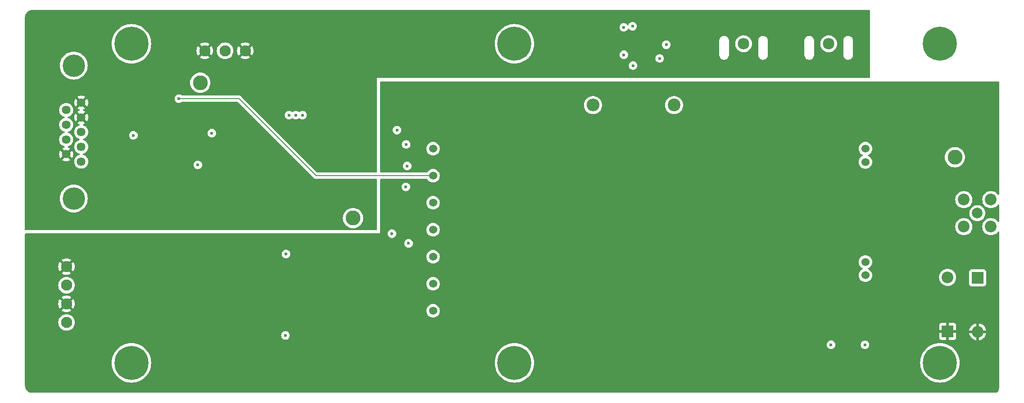
<source format=gbr>
%TF.GenerationSoftware,KiCad,Pcbnew,8.0.6*%
%TF.CreationDate,2024-12-30T11:40:09-05:00*%
%TF.ProjectId,SiPM_HV_Board,5369504d-5f48-4565-9f42-6f6172642e6b,rev?*%
%TF.SameCoordinates,Original*%
%TF.FileFunction,Copper,L5,Inr*%
%TF.FilePolarity,Positive*%
%FSLAX46Y46*%
G04 Gerber Fmt 4.6, Leading zero omitted, Abs format (unit mm)*
G04 Created by KiCad (PCBNEW 8.0.6) date 2024-12-30 11:40:09*
%MOMM*%
%LPD*%
G01*
G04 APERTURE LIST*
%TA.AperFunction,ComponentPad*%
%ADD10C,2.006600*%
%TD*%
%TA.AperFunction,ComponentPad*%
%ADD11C,2.209800*%
%TD*%
%TA.AperFunction,ComponentPad*%
%ADD12C,6.400000*%
%TD*%
%TA.AperFunction,ComponentPad*%
%ADD13R,2.200000X2.200000*%
%TD*%
%TA.AperFunction,ComponentPad*%
%ADD14O,2.200000X2.200000*%
%TD*%
%TA.AperFunction,ComponentPad*%
%ADD15C,2.800000*%
%TD*%
%TA.AperFunction,ComponentPad*%
%ADD16C,2.159000*%
%TD*%
%TA.AperFunction,ComponentPad*%
%ADD17C,1.524000*%
%TD*%
%TA.AperFunction,ComponentPad*%
%ADD18C,2.100000*%
%TD*%
%TA.AperFunction,ComponentPad*%
%ADD19C,1.635000*%
%TD*%
%TA.AperFunction,ComponentPad*%
%ADD20C,4.216000*%
%TD*%
%TA.AperFunction,ComponentPad*%
%ADD21C,2.400000*%
%TD*%
%TA.AperFunction,ComponentPad*%
%ADD22O,2.400000X2.400000*%
%TD*%
%TA.AperFunction,ViaPad*%
%ADD23C,0.600000*%
%TD*%
%TA.AperFunction,Conductor*%
%ADD24C,0.200000*%
%TD*%
G04 APERTURE END LIST*
D10*
%TO.N,/SiPM_HV_Block/SiPM_HV_OUT*%
%TO.C,P_Out1*%
X235363000Y-99430000D03*
D11*
%TO.N,/SiPM_HV_Block/SiPM_HV_RTN*%
X237903000Y-96890000D03*
X232823000Y-96890000D03*
X232823000Y-101970000D03*
X237903000Y-101970000D03*
%TD*%
D12*
%TO.N,CHASSIS*%
%TO.C,H4*%
X228320000Y-127580000D03*
%TD*%
D13*
%TO.N,/SEC_PWR_RTN*%
%TO.C,D1*%
X229775000Y-121655000D03*
D14*
%TO.N,/SiPM_HV_Block/SiPM_HV_RTN*%
X229775000Y-111495000D03*
%TD*%
D15*
%TO.N,/SiPM_HV_Block/REM_ADJ*%
%TO.C,V_{SET}1*%
X89250000Y-74900000D03*
%TD*%
D12*
%TO.N,CHASSIS*%
%TO.C,H3*%
X148320000Y-127580000D03*
%TD*%
%TO.N,CHASSIS*%
%TO.C,H2*%
X76320000Y-127580000D03*
%TD*%
D15*
%TO.N,/SiPM_HV_Block/SiPM_HV_RTN*%
%TO.C,V_{OUT_RTN}1*%
X231140000Y-88900000D03*
%TD*%
D16*
%TO.N,Net-(M3-Pad3)*%
%TO.C,P2*%
X191410000Y-67580000D03*
%TD*%
D17*
%TO.N,/SiPM_HV_Block/V_RTN*%
%TO.C,U1*%
X133020000Y-117780000D03*
%TO.N,/SiPM_HV_Block/V_POS*%
X133020000Y-112700000D03*
%TO.N,/SiPM_HV_Block/Curr_Mon*%
X133020000Y-107620000D03*
%TO.N,/SiPM_HV_Block/Enable*%
X133020000Y-102540000D03*
%TO.N,/SEC_PWR_TELEM_RTN*%
X133020000Y-97460000D03*
%TO.N,/SiPM_HV_Block/REM_ADJ*%
X133020000Y-92380000D03*
%TO.N,unconnected-(U1-5V_REF-Pad7)*%
X133020000Y-87300000D03*
%TO.N,/SiPM_HV_Block/SiPM_HV_RTN*%
X214320000Y-87300000D03*
X214320000Y-89800000D03*
%TO.N,/SiPM_HV_Block/SiPM_HV_OUT*%
X214320000Y-108600000D03*
X214320000Y-111100000D03*
%TD*%
D18*
%TO.N,/SEC_PWR_RTN*%
%TO.C,J2*%
X64110000Y-109480000D03*
%TO.N,/SEC_PWR_IN*%
X64110000Y-112980000D03*
%TO.N,/SEC_PWR_RTN*%
X64110000Y-116480000D03*
%TO.N,/SEC_PWR_IN*%
X64110000Y-119980000D03*
%TD*%
D15*
%TO.N,/SiPM_HV_Block/Enable*%
%TO.C,V_{EN}1*%
X117980000Y-100350000D03*
%TD*%
D12*
%TO.N,CHASSIS*%
%TO.C,H6*%
X228320000Y-67580000D03*
%TD*%
%TO.N,CHASSIS*%
%TO.C,H1*%
X76320000Y-67580000D03*
%TD*%
D19*
%TO.N,/HV_CURR_MON*%
%TO.C,J3*%
X66880000Y-89730000D03*
%TO.N,/HV_Enable+*%
X66880000Y-86960000D03*
%TO.N,unconnected-(J3-Pad3)*%
X66880000Y-84190000D03*
%TO.N,/SEC_PWR_TELEM_RTN*%
X66880000Y-81420000D03*
X66880000Y-78650000D03*
X64040000Y-88345000D03*
%TO.N,/HV_Enable-*%
X64040000Y-85575000D03*
%TO.N,/SET_HV*%
X64040000Y-82805000D03*
%TO.N,/HV_VOLT_MON*%
X64040000Y-80035000D03*
D20*
%TO.N,CHASSIS*%
X65460000Y-71690000D03*
X65460000Y-96690000D03*
%TD*%
D16*
%TO.N,Net-(P1-Pad1)*%
%TO.C,P1*%
X207410000Y-67580000D03*
%TD*%
D12*
%TO.N,CHASSIS*%
%TO.C,H5*%
X148320000Y-67580000D03*
%TD*%
D21*
%TO.N,/SiPM_HV_Block/SiPM_HV_OUT*%
%TO.C,R20*%
X178340000Y-79110000D03*
D22*
%TO.N,Net-(U2B-+INB)*%
X163100000Y-79110000D03*
%TD*%
D18*
%TO.N,/SEC_PWR_TELEM_RTN*%
%TO.C,J1*%
X97720400Y-68895600D03*
%TO.N,/SEC_PWR_TELEM*%
X93910400Y-68895600D03*
%TO.N,/SEC_PWR_TELEM_RTN*%
X90100400Y-68895600D03*
%TD*%
D13*
%TO.N,/SiPM_HV_Block/SiPM_HV_RTN*%
%TO.C,D2*%
X235430000Y-111570000D03*
D14*
%TO.N,/SEC_PWR_RTN*%
X235430000Y-121730000D03*
%TD*%
D23*
%TO.N,/SEC_PWR_RTN*%
X229140000Y-105780000D03*
X234220000Y-131180000D03*
X69120000Y-126100000D03*
X97060000Y-123560000D03*
X79280000Y-105780000D03*
X224060000Y-77840000D03*
X183420000Y-123560000D03*
X213900000Y-77840000D03*
X203740000Y-131180000D03*
X64040000Y-131180000D03*
X58960000Y-105780000D03*
X69120000Y-110860000D03*
X188500000Y-131180000D03*
X91980000Y-131180000D03*
X127540000Y-115940000D03*
X112300000Y-131180000D03*
X86900000Y-123560000D03*
X127540000Y-118480000D03*
X213900000Y-131180000D03*
X168180000Y-131180000D03*
X229140000Y-100700000D03*
X203740000Y-123560000D03*
X127540000Y-113400000D03*
X97060000Y-131180000D03*
X152940000Y-123560000D03*
X117380000Y-121020000D03*
X64040000Y-105780000D03*
X193580000Y-123560000D03*
X193580000Y-77840000D03*
X64040000Y-126100000D03*
X208820000Y-131180000D03*
X158020000Y-131180000D03*
X89440000Y-105780000D03*
X229140000Y-77840000D03*
X163100000Y-131180000D03*
X69120000Y-131180000D03*
X218980000Y-77840000D03*
X158020000Y-123560000D03*
X198660000Y-77840000D03*
X109760000Y-105780000D03*
X81820000Y-131180000D03*
X86900000Y-131180000D03*
X132620000Y-131180000D03*
X208820000Y-77840000D03*
X218980000Y-123560000D03*
X74200000Y-105780000D03*
X142780000Y-131180000D03*
X84360000Y-105780000D03*
X224060000Y-131180000D03*
X188500000Y-123560000D03*
X80930000Y-125110000D03*
X157690000Y-80770000D03*
X173260000Y-123560000D03*
X142780000Y-123560000D03*
X122460000Y-105780000D03*
X69120000Y-105780000D03*
X79280000Y-110860000D03*
X69120000Y-121020000D03*
X229140000Y-95620000D03*
X203740000Y-77840000D03*
X183420000Y-131180000D03*
X178340000Y-131180000D03*
X234220000Y-126100000D03*
X58960000Y-131180000D03*
X198660000Y-131180000D03*
X127540000Y-123560000D03*
X132620000Y-123560000D03*
X193580000Y-131180000D03*
X84360000Y-126100000D03*
X122460000Y-131180000D03*
X111520000Y-107480000D03*
X137700000Y-123560000D03*
X94520000Y-105780000D03*
X168180000Y-123560000D03*
X188500000Y-77840000D03*
X163100000Y-123560000D03*
X107220000Y-131180000D03*
X102140000Y-131180000D03*
X114610000Y-105600000D03*
X152940000Y-131180000D03*
X101400000Y-107080000D03*
X178340000Y-123560000D03*
X117380000Y-123560000D03*
X91980000Y-123560000D03*
X74200000Y-121020000D03*
X69120000Y-115940000D03*
X183420000Y-77840000D03*
X101220000Y-122410000D03*
X198660000Y-123560000D03*
X74200000Y-110860000D03*
X127540000Y-131180000D03*
X122460000Y-123560000D03*
X173260000Y-131180000D03*
X117380000Y-131180000D03*
X137700000Y-131180000D03*
X218980000Y-131180000D03*
%TO.N,/SiPM_HV_Block/V_POS*%
X126238000Y-83820000D03*
X125300000Y-103290000D03*
%TO.N,/SiPM_HV_Block/V_RTN*%
X128430000Y-105110000D03*
X128160000Y-90550000D03*
%TO.N,/SiPM_HV_Block/SiPM_HV_RTN*%
X214230000Y-124190000D03*
%TO.N,CHASSIS*%
X207853278Y-124184243D03*
X105370000Y-107100000D03*
X105270000Y-122420000D03*
%TO.N,/SEC_PWR_TELEM*%
X175625000Y-70340000D03*
X168885000Y-64500000D03*
%TO.N,/SEC_PWR_TELEM_RTN*%
X132080000Y-68580000D03*
X121920000Y-71120000D03*
X101600000Y-99060000D03*
X154940000Y-66040000D03*
X201200000Y-72760000D03*
X191040000Y-72760000D03*
X201200000Y-67680000D03*
X114610000Y-100240000D03*
X127000000Y-71120000D03*
X208820000Y-72760000D03*
X142240000Y-66040000D03*
X213900000Y-65140000D03*
X101600000Y-101600000D03*
X91440000Y-101600000D03*
X119380000Y-76200000D03*
X79970000Y-76100000D03*
X110835400Y-79935600D03*
X160020000Y-71120000D03*
X175800000Y-62600000D03*
X76200000Y-101600000D03*
X86360000Y-101600000D03*
X81280000Y-99060000D03*
X193580000Y-72760000D03*
X91500000Y-83100000D03*
X71120000Y-96520000D03*
X127000000Y-63500000D03*
X111760000Y-83820000D03*
X160020000Y-66040000D03*
X76200000Y-76200000D03*
X154940000Y-71120000D03*
X106680000Y-71120000D03*
X137160000Y-63500000D03*
X116840000Y-68580000D03*
X71120000Y-99060000D03*
X211360000Y-72760000D03*
X127000000Y-66040000D03*
X120840000Y-97500000D03*
X121920000Y-63500000D03*
X154940000Y-63500000D03*
X106680000Y-91440000D03*
X201200000Y-62600000D03*
X116840000Y-66040000D03*
X71120000Y-76200000D03*
X101600000Y-88900000D03*
X86360000Y-99060000D03*
X137160000Y-66040000D03*
X96520000Y-71120000D03*
X137160000Y-71120000D03*
X198660000Y-72760000D03*
X91440000Y-99060000D03*
X154940000Y-68580000D03*
X116840000Y-88900000D03*
X93620000Y-81060000D03*
X119380000Y-83820000D03*
X173260000Y-70220000D03*
X116840000Y-71120000D03*
X165100000Y-68580000D03*
X97720000Y-77260000D03*
X111760000Y-88900000D03*
X166205000Y-63420000D03*
X116840000Y-63500000D03*
X173260000Y-72760000D03*
X183420000Y-72760000D03*
X111760000Y-63500000D03*
X66040000Y-66040000D03*
X111760000Y-71120000D03*
X75165200Y-84799600D03*
X198660000Y-67680000D03*
X96520000Y-99060000D03*
X111760000Y-68580000D03*
X71120000Y-101600000D03*
X213900000Y-62600000D03*
X111760000Y-93980000D03*
X188500000Y-72760000D03*
X101600000Y-66040000D03*
X71120000Y-71120000D03*
X81280000Y-101600000D03*
X119361200Y-95823200D03*
X137160000Y-68580000D03*
X142240000Y-68580000D03*
X82000000Y-84370000D03*
X86360000Y-71120000D03*
X142240000Y-71120000D03*
X76200000Y-96520000D03*
X165100000Y-66040000D03*
X76200000Y-99060000D03*
X79280000Y-75300000D03*
X121920000Y-66040000D03*
X101600000Y-91440000D03*
X180880000Y-72760000D03*
X213900000Y-70220000D03*
X96520000Y-91440000D03*
X132080000Y-71120000D03*
X169845000Y-70040000D03*
X132080000Y-63500000D03*
X106680000Y-93980000D03*
X213900000Y-72760000D03*
X142240000Y-63500000D03*
X206280000Y-72760000D03*
X196120000Y-72760000D03*
X165100000Y-71120000D03*
X127000000Y-68580000D03*
X173260000Y-62600000D03*
X203740000Y-72760000D03*
X181750000Y-67807000D03*
X96520000Y-101600000D03*
X106680000Y-66040000D03*
X96670000Y-83160000D03*
X132080000Y-66040000D03*
X198660000Y-62600000D03*
X180880000Y-65140000D03*
X160020000Y-68580000D03*
X213900000Y-67680000D03*
X160020000Y-63500000D03*
X175800000Y-72760000D03*
X91440000Y-71120000D03*
X106680000Y-83820000D03*
X121920000Y-73660000D03*
X183420000Y-70220000D03*
X121920000Y-68580000D03*
X71120000Y-66040000D03*
X173260000Y-65140000D03*
X175800000Y-65140000D03*
X106680000Y-101600000D03*
X111760000Y-66040000D03*
X183420000Y-65140000D03*
X121920000Y-76200000D03*
X178340000Y-72760000D03*
X96520000Y-88900000D03*
X185960000Y-65140000D03*
X81280000Y-71120000D03*
X185960000Y-72760000D03*
X101600000Y-71120000D03*
%TO.N,/HV_VOLT_MON*%
X88790000Y-90350000D03*
%TO.N,Net-(M2-Pad1)*%
X127965200Y-86512400D03*
X127914400Y-94488000D03*
%TO.N,Net-(M3-Pad1)*%
X176875000Y-67760000D03*
%TO.N,/SiPM_HV_Block/REM_ADJ*%
X85243644Y-77896215D03*
%TO.N,Net-(U2B-+INB)*%
X170635000Y-71670000D03*
%TO.N,/V3p3*%
X108490000Y-81015000D03*
X91431100Y-84390000D03*
X105950000Y-81015000D03*
X76689200Y-84799600D03*
X107220000Y-81015000D03*
%TO.N,Net-(U5-OUT)*%
X168905000Y-69650000D03*
%TO.N,Net-(U5--IN)*%
X170535000Y-64290000D03*
%TO.N,/SEC_PWR_RTN*%
X119920000Y-105780000D03*
X117380000Y-105780000D03*
%TD*%
D24*
%TO.N,/SiPM_HV_Block/REM_ADJ*%
X96526215Y-77896215D02*
X111010000Y-92380000D01*
X85243644Y-77896215D02*
X96526215Y-77896215D01*
X111010000Y-92380000D02*
X133020000Y-92380000D01*
%TD*%
%TA.AperFunction,Conductor*%
%TO.N,/SEC_PWR_TELEM_RTN*%
G36*
X215113035Y-61225291D02*
G01*
X215158792Y-61278093D01*
X215170000Y-61329610D01*
X215170000Y-73906000D01*
X215150315Y-73973039D01*
X215097511Y-74018794D01*
X215046000Y-74030000D01*
X113570000Y-74030000D01*
X113570000Y-71669996D01*
X169829435Y-71669996D01*
X169829435Y-71670003D01*
X169849630Y-71849249D01*
X169849631Y-71849254D01*
X169909211Y-72019523D01*
X170005184Y-72172262D01*
X170132738Y-72299816D01*
X170285478Y-72395789D01*
X170455745Y-72455368D01*
X170455750Y-72455369D01*
X170634996Y-72475565D01*
X170635000Y-72475565D01*
X170635004Y-72475565D01*
X170814249Y-72455369D01*
X170814252Y-72455368D01*
X170814255Y-72455368D01*
X170984522Y-72395789D01*
X171137262Y-72299816D01*
X171264816Y-72172262D01*
X171360789Y-72019522D01*
X171420368Y-71849255D01*
X171440565Y-71670000D01*
X171420368Y-71490745D01*
X171360789Y-71320478D01*
X171264816Y-71167738D01*
X171137262Y-71040184D01*
X170984523Y-70944211D01*
X170814254Y-70884631D01*
X170814249Y-70884630D01*
X170635004Y-70864435D01*
X170634996Y-70864435D01*
X170455750Y-70884630D01*
X170455745Y-70884631D01*
X170285476Y-70944211D01*
X170132737Y-71040184D01*
X170005184Y-71167737D01*
X169909211Y-71320476D01*
X169849631Y-71490745D01*
X169849630Y-71490750D01*
X169829435Y-71669996D01*
X113570000Y-71669996D01*
X113570000Y-67580000D01*
X144614422Y-67580000D01*
X144634722Y-67967338D01*
X144695398Y-68350433D01*
X144738574Y-68511570D01*
X144795788Y-68725094D01*
X144934787Y-69087197D01*
X145110877Y-69432793D01*
X145322122Y-69758082D01*
X145481006Y-69954287D01*
X145566219Y-70059516D01*
X145840484Y-70333781D01*
X145840488Y-70333784D01*
X146141917Y-70577877D01*
X146313837Y-70689523D01*
X146467211Y-70789125D01*
X146812806Y-70965214D01*
X147174913Y-71104214D01*
X147549567Y-71204602D01*
X147932662Y-71265278D01*
X148298576Y-71284455D01*
X148319999Y-71285578D01*
X148320000Y-71285578D01*
X148320001Y-71285578D01*
X148340301Y-71284514D01*
X148707338Y-71265278D01*
X149090433Y-71204602D01*
X149465087Y-71104214D01*
X149827194Y-70965214D01*
X150172789Y-70789125D01*
X150498084Y-70577876D01*
X150799516Y-70333781D01*
X151073781Y-70059516D01*
X151317876Y-69758084D01*
X151388069Y-69649996D01*
X168099435Y-69649996D01*
X168099435Y-69650003D01*
X168119630Y-69829249D01*
X168119631Y-69829254D01*
X168179211Y-69999523D01*
X168253500Y-70117752D01*
X168275184Y-70152262D01*
X168402738Y-70279816D01*
X168555478Y-70375789D01*
X168725745Y-70435368D01*
X168725750Y-70435369D01*
X168904996Y-70455565D01*
X168905000Y-70455565D01*
X168905004Y-70455565D01*
X169084249Y-70435369D01*
X169084252Y-70435368D01*
X169084255Y-70435368D01*
X169254522Y-70375789D01*
X169311486Y-70339996D01*
X174819435Y-70339996D01*
X174819435Y-70340003D01*
X174839630Y-70519249D01*
X174839631Y-70519254D01*
X174899211Y-70689523D01*
X174961794Y-70789122D01*
X174995184Y-70842262D01*
X175122738Y-70969816D01*
X175275478Y-71065789D01*
X175445745Y-71125368D01*
X175445750Y-71125369D01*
X175624996Y-71145565D01*
X175625000Y-71145565D01*
X175625004Y-71145565D01*
X175804249Y-71125369D01*
X175804252Y-71125368D01*
X175804255Y-71125368D01*
X175974522Y-71065789D01*
X176127262Y-70969816D01*
X176254816Y-70842262D01*
X176350789Y-70689522D01*
X176410368Y-70519255D01*
X176410369Y-70519249D01*
X176430565Y-70340003D01*
X176430565Y-70339996D01*
X176410369Y-70160750D01*
X176410368Y-70160745D01*
X176353954Y-69999523D01*
X176350789Y-69990478D01*
X176254816Y-69837738D01*
X176127262Y-69710184D01*
X176031480Y-69650000D01*
X175974523Y-69614211D01*
X175804254Y-69554631D01*
X175804249Y-69554630D01*
X175625004Y-69534435D01*
X175624996Y-69534435D01*
X175445750Y-69554630D01*
X175445745Y-69554631D01*
X175275476Y-69614211D01*
X175122737Y-69710184D01*
X174995184Y-69837737D01*
X174899211Y-69990476D01*
X174839631Y-70160745D01*
X174839630Y-70160750D01*
X174819435Y-70339996D01*
X169311486Y-70339996D01*
X169407262Y-70279816D01*
X169534816Y-70152262D01*
X169630789Y-69999522D01*
X169690368Y-69829255D01*
X169695831Y-69780769D01*
X169710565Y-69650003D01*
X169710565Y-69649996D01*
X169690369Y-69470750D01*
X169690368Y-69470745D01*
X169630788Y-69300476D01*
X169534815Y-69147737D01*
X169407262Y-69020184D01*
X169254523Y-68924211D01*
X169084254Y-68864631D01*
X169084249Y-68864630D01*
X168905004Y-68844435D01*
X168904996Y-68844435D01*
X168725750Y-68864630D01*
X168725745Y-68864631D01*
X168555476Y-68924211D01*
X168402737Y-69020184D01*
X168275184Y-69147737D01*
X168179211Y-69300476D01*
X168119631Y-69470745D01*
X168119630Y-69470750D01*
X168099435Y-69649996D01*
X151388069Y-69649996D01*
X151529125Y-69432789D01*
X151705214Y-69087194D01*
X151844214Y-68725087D01*
X151944602Y-68350433D01*
X152005278Y-67967338D01*
X152016145Y-67759996D01*
X176069435Y-67759996D01*
X176069435Y-67760003D01*
X176089630Y-67939249D01*
X176089631Y-67939254D01*
X176149211Y-68109523D01*
X176245184Y-68262262D01*
X176372738Y-68389816D01*
X176525478Y-68485789D01*
X176695745Y-68545368D01*
X176695750Y-68545369D01*
X176874996Y-68565565D01*
X176875000Y-68565565D01*
X176875004Y-68565565D01*
X177054249Y-68545369D01*
X177054252Y-68545368D01*
X177054255Y-68545368D01*
X177224522Y-68485789D01*
X177377262Y-68389816D01*
X177504816Y-68262262D01*
X177600789Y-68109522D01*
X177660368Y-67939255D01*
X177680565Y-67760000D01*
X177660368Y-67580745D01*
X177600789Y-67410478D01*
X177504816Y-67257738D01*
X177377262Y-67130184D01*
X177224523Y-67034211D01*
X177054254Y-66974631D01*
X177054249Y-66974630D01*
X176875004Y-66954435D01*
X176874996Y-66954435D01*
X176695750Y-66974630D01*
X176695745Y-66974631D01*
X176525476Y-67034211D01*
X176372737Y-67130184D01*
X176245184Y-67257737D01*
X176149211Y-67410476D01*
X176089631Y-67580745D01*
X176089630Y-67580750D01*
X176069435Y-67759996D01*
X152016145Y-67759996D01*
X152025578Y-67580000D01*
X152005278Y-67192662D01*
X151958803Y-66899230D01*
X186841800Y-66899230D01*
X186841800Y-69780769D01*
X186876315Y-69954287D01*
X186876318Y-69954299D01*
X186944022Y-70117752D01*
X186944023Y-70117754D01*
X187042322Y-70264868D01*
X187042325Y-70264872D01*
X187167427Y-70389974D01*
X187167431Y-70389977D01*
X187314543Y-70488275D01*
X187314544Y-70488275D01*
X187314545Y-70488276D01*
X187314547Y-70488277D01*
X187478000Y-70555981D01*
X187478005Y-70555983D01*
X187651530Y-70590499D01*
X187651534Y-70590500D01*
X187651535Y-70590500D01*
X187828466Y-70590500D01*
X187828467Y-70590499D01*
X188001995Y-70555983D01*
X188165457Y-70488275D01*
X188312569Y-70389977D01*
X188437677Y-70264869D01*
X188535975Y-70117757D01*
X188603683Y-69954295D01*
X188638200Y-69780765D01*
X188638200Y-67580000D01*
X189825114Y-67580000D01*
X189844627Y-67827934D01*
X189902684Y-68069759D01*
X189997855Y-68299523D01*
X190127796Y-68511568D01*
X190127797Y-68511570D01*
X190182530Y-68575653D01*
X190289316Y-68700684D01*
X190435706Y-68825713D01*
X190478429Y-68862202D01*
X190478431Y-68862203D01*
X190690476Y-68992144D01*
X190920240Y-69087315D01*
X190920241Y-69087315D01*
X190920243Y-69087316D01*
X191162069Y-69145373D01*
X191410000Y-69164886D01*
X191657931Y-69145373D01*
X191899757Y-69087316D01*
X192129523Y-68992144D01*
X192341573Y-68862200D01*
X192530684Y-68700684D01*
X192692200Y-68511573D01*
X192822144Y-68299523D01*
X192917316Y-68069757D01*
X192975373Y-67827931D01*
X192994886Y-67580000D01*
X192975373Y-67332069D01*
X192917316Y-67090243D01*
X192894107Y-67034211D01*
X192838196Y-66899230D01*
X194161800Y-66899230D01*
X194161800Y-69780769D01*
X194196315Y-69954287D01*
X194196318Y-69954299D01*
X194264022Y-70117752D01*
X194264023Y-70117754D01*
X194362322Y-70264868D01*
X194362325Y-70264872D01*
X194487427Y-70389974D01*
X194487431Y-70389977D01*
X194634543Y-70488275D01*
X194634544Y-70488275D01*
X194634545Y-70488276D01*
X194634547Y-70488277D01*
X194798000Y-70555981D01*
X194798005Y-70555983D01*
X194971530Y-70590499D01*
X194971534Y-70590500D01*
X194971535Y-70590500D01*
X195148466Y-70590500D01*
X195148467Y-70590499D01*
X195321995Y-70555983D01*
X195485457Y-70488275D01*
X195632569Y-70389977D01*
X195757677Y-70264869D01*
X195855975Y-70117757D01*
X195923683Y-69954295D01*
X195958200Y-69780765D01*
X195958200Y-66899235D01*
X195958199Y-66899230D01*
X202841800Y-66899230D01*
X202841800Y-69780769D01*
X202876315Y-69954287D01*
X202876318Y-69954299D01*
X202944022Y-70117752D01*
X202944023Y-70117754D01*
X203042322Y-70264868D01*
X203042325Y-70264872D01*
X203167427Y-70389974D01*
X203167431Y-70389977D01*
X203314543Y-70488275D01*
X203314544Y-70488275D01*
X203314545Y-70488276D01*
X203314547Y-70488277D01*
X203478000Y-70555981D01*
X203478005Y-70555983D01*
X203651530Y-70590499D01*
X203651534Y-70590500D01*
X203651535Y-70590500D01*
X203828466Y-70590500D01*
X203828467Y-70590499D01*
X204001995Y-70555983D01*
X204165457Y-70488275D01*
X204312569Y-70389977D01*
X204437677Y-70264869D01*
X204535975Y-70117757D01*
X204603683Y-69954295D01*
X204638200Y-69780765D01*
X204638200Y-67580000D01*
X205825114Y-67580000D01*
X205844627Y-67827934D01*
X205902684Y-68069759D01*
X205997855Y-68299523D01*
X206127796Y-68511568D01*
X206127797Y-68511570D01*
X206182530Y-68575653D01*
X206289316Y-68700684D01*
X206435706Y-68825713D01*
X206478429Y-68862202D01*
X206478431Y-68862203D01*
X206690476Y-68992144D01*
X206920240Y-69087315D01*
X206920241Y-69087315D01*
X206920243Y-69087316D01*
X207162069Y-69145373D01*
X207410000Y-69164886D01*
X207657931Y-69145373D01*
X207899757Y-69087316D01*
X208129523Y-68992144D01*
X208341573Y-68862200D01*
X208530684Y-68700684D01*
X208692200Y-68511573D01*
X208822144Y-68299523D01*
X208917316Y-68069757D01*
X208975373Y-67827931D01*
X208994886Y-67580000D01*
X208975373Y-67332069D01*
X208917316Y-67090243D01*
X208894107Y-67034211D01*
X208838196Y-66899230D01*
X210161800Y-66899230D01*
X210161800Y-69780769D01*
X210196315Y-69954287D01*
X210196318Y-69954299D01*
X210264022Y-70117752D01*
X210264023Y-70117754D01*
X210362322Y-70264868D01*
X210362325Y-70264872D01*
X210487427Y-70389974D01*
X210487431Y-70389977D01*
X210634543Y-70488275D01*
X210634544Y-70488275D01*
X210634545Y-70488276D01*
X210634547Y-70488277D01*
X210798000Y-70555981D01*
X210798005Y-70555983D01*
X210971530Y-70590499D01*
X210971534Y-70590500D01*
X210971535Y-70590500D01*
X211148466Y-70590500D01*
X211148467Y-70590499D01*
X211321995Y-70555983D01*
X211485457Y-70488275D01*
X211632569Y-70389977D01*
X211757677Y-70264869D01*
X211855975Y-70117757D01*
X211923683Y-69954295D01*
X211958200Y-69780765D01*
X211958200Y-66899235D01*
X211923683Y-66725705D01*
X211891675Y-66648431D01*
X211855977Y-66562247D01*
X211855976Y-66562245D01*
X211757677Y-66415131D01*
X211757674Y-66415127D01*
X211632572Y-66290025D01*
X211632568Y-66290022D01*
X211485454Y-66191723D01*
X211485452Y-66191722D01*
X211321999Y-66124018D01*
X211321987Y-66124015D01*
X211148469Y-66089500D01*
X211148465Y-66089500D01*
X210971535Y-66089500D01*
X210971530Y-66089500D01*
X210798012Y-66124015D01*
X210798000Y-66124018D01*
X210634547Y-66191722D01*
X210634545Y-66191723D01*
X210487431Y-66290022D01*
X210487427Y-66290025D01*
X210362325Y-66415127D01*
X210362322Y-66415131D01*
X210264023Y-66562245D01*
X210264022Y-66562247D01*
X210196318Y-66725700D01*
X210196315Y-66725712D01*
X210161800Y-66899230D01*
X208838196Y-66899230D01*
X208822144Y-66860476D01*
X208692203Y-66648431D01*
X208692202Y-66648429D01*
X208618595Y-66562247D01*
X208530684Y-66459316D01*
X208405653Y-66352530D01*
X208341570Y-66297797D01*
X208341568Y-66297796D01*
X208129523Y-66167855D01*
X207899759Y-66072684D01*
X207657934Y-66014627D01*
X207410000Y-65995114D01*
X207162065Y-66014627D01*
X206920240Y-66072684D01*
X206690476Y-66167855D01*
X206478431Y-66297796D01*
X206478429Y-66297797D01*
X206289316Y-66459316D01*
X206127797Y-66648429D01*
X206127796Y-66648431D01*
X205997855Y-66860476D01*
X205902684Y-67090240D01*
X205844627Y-67332065D01*
X205825114Y-67580000D01*
X204638200Y-67580000D01*
X204638200Y-66899235D01*
X204603683Y-66725705D01*
X204571675Y-66648431D01*
X204535977Y-66562247D01*
X204535976Y-66562245D01*
X204437677Y-66415131D01*
X204437674Y-66415127D01*
X204312572Y-66290025D01*
X204312568Y-66290022D01*
X204165454Y-66191723D01*
X204165452Y-66191722D01*
X204001999Y-66124018D01*
X204001987Y-66124015D01*
X203828469Y-66089500D01*
X203828465Y-66089500D01*
X203651535Y-66089500D01*
X203651530Y-66089500D01*
X203478012Y-66124015D01*
X203478000Y-66124018D01*
X203314547Y-66191722D01*
X203314545Y-66191723D01*
X203167431Y-66290022D01*
X203167427Y-66290025D01*
X203042325Y-66415127D01*
X203042322Y-66415131D01*
X202944023Y-66562245D01*
X202944022Y-66562247D01*
X202876318Y-66725700D01*
X202876315Y-66725712D01*
X202841800Y-66899230D01*
X195958199Y-66899230D01*
X195923683Y-66725705D01*
X195891675Y-66648431D01*
X195855977Y-66562247D01*
X195855976Y-66562245D01*
X195757677Y-66415131D01*
X195757674Y-66415127D01*
X195632572Y-66290025D01*
X195632568Y-66290022D01*
X195485454Y-66191723D01*
X195485452Y-66191722D01*
X195321999Y-66124018D01*
X195321987Y-66124015D01*
X195148469Y-66089500D01*
X195148465Y-66089500D01*
X194971535Y-66089500D01*
X194971530Y-66089500D01*
X194798012Y-66124015D01*
X194798000Y-66124018D01*
X194634547Y-66191722D01*
X194634545Y-66191723D01*
X194487431Y-66290022D01*
X194487427Y-66290025D01*
X194362325Y-66415127D01*
X194362322Y-66415131D01*
X194264023Y-66562245D01*
X194264022Y-66562247D01*
X194196318Y-66725700D01*
X194196315Y-66725712D01*
X194161800Y-66899230D01*
X192838196Y-66899230D01*
X192822144Y-66860476D01*
X192692203Y-66648431D01*
X192692202Y-66648429D01*
X192618595Y-66562247D01*
X192530684Y-66459316D01*
X192405653Y-66352530D01*
X192341570Y-66297797D01*
X192341568Y-66297796D01*
X192129523Y-66167855D01*
X191899759Y-66072684D01*
X191657934Y-66014627D01*
X191410000Y-65995114D01*
X191162065Y-66014627D01*
X190920240Y-66072684D01*
X190690476Y-66167855D01*
X190478431Y-66297796D01*
X190478429Y-66297797D01*
X190289316Y-66459316D01*
X190127797Y-66648429D01*
X190127796Y-66648431D01*
X189997855Y-66860476D01*
X189902684Y-67090240D01*
X189844627Y-67332065D01*
X189825114Y-67580000D01*
X188638200Y-67580000D01*
X188638200Y-66899235D01*
X188603683Y-66725705D01*
X188571675Y-66648431D01*
X188535977Y-66562247D01*
X188535976Y-66562245D01*
X188437677Y-66415131D01*
X188437674Y-66415127D01*
X188312572Y-66290025D01*
X188312568Y-66290022D01*
X188165454Y-66191723D01*
X188165452Y-66191722D01*
X188001999Y-66124018D01*
X188001987Y-66124015D01*
X187828469Y-66089500D01*
X187828465Y-66089500D01*
X187651535Y-66089500D01*
X187651530Y-66089500D01*
X187478012Y-66124015D01*
X187478000Y-66124018D01*
X187314547Y-66191722D01*
X187314545Y-66191723D01*
X187167431Y-66290022D01*
X187167427Y-66290025D01*
X187042325Y-66415127D01*
X187042322Y-66415131D01*
X186944023Y-66562245D01*
X186944022Y-66562247D01*
X186876318Y-66725700D01*
X186876315Y-66725712D01*
X186841800Y-66899230D01*
X151958803Y-66899230D01*
X151944602Y-66809567D01*
X151844214Y-66434913D01*
X151705214Y-66072806D01*
X151529125Y-65727211D01*
X151317876Y-65401916D01*
X151073781Y-65100484D01*
X150799516Y-64826219D01*
X150618031Y-64679255D01*
X150498082Y-64582122D01*
X150371619Y-64499996D01*
X168079435Y-64499996D01*
X168079435Y-64500003D01*
X168099630Y-64679249D01*
X168099631Y-64679254D01*
X168159211Y-64849523D01*
X168255184Y-65002262D01*
X168382738Y-65129816D01*
X168535478Y-65225789D01*
X168705745Y-65285368D01*
X168705750Y-65285369D01*
X168884996Y-65305565D01*
X168885000Y-65305565D01*
X168885004Y-65305565D01*
X169064249Y-65285369D01*
X169064252Y-65285368D01*
X169064255Y-65285368D01*
X169234522Y-65225789D01*
X169387262Y-65129816D01*
X169514816Y-65002262D01*
X169610789Y-64849522D01*
X169618945Y-64826215D01*
X169630826Y-64792260D01*
X169643918Y-64754844D01*
X169684638Y-64698069D01*
X169749590Y-64672321D01*
X169818152Y-64685777D01*
X169865952Y-64729826D01*
X169905182Y-64792260D01*
X169905184Y-64792262D01*
X170032738Y-64919816D01*
X170185478Y-65015789D01*
X170355745Y-65075368D01*
X170355750Y-65075369D01*
X170534996Y-65095565D01*
X170535000Y-65095565D01*
X170535004Y-65095565D01*
X170714249Y-65075369D01*
X170714252Y-65075368D01*
X170714255Y-65075368D01*
X170884522Y-65015789D01*
X171037262Y-64919816D01*
X171164816Y-64792262D01*
X171260789Y-64639522D01*
X171320368Y-64469255D01*
X171320369Y-64469249D01*
X171340565Y-64290003D01*
X171340565Y-64289996D01*
X171320369Y-64110750D01*
X171320368Y-64110745D01*
X171260789Y-63940478D01*
X171164816Y-63787738D01*
X171037262Y-63660184D01*
X170884523Y-63564211D01*
X170714254Y-63504631D01*
X170714249Y-63504630D01*
X170535004Y-63484435D01*
X170534996Y-63484435D01*
X170355750Y-63504630D01*
X170355745Y-63504631D01*
X170185476Y-63564211D01*
X170032737Y-63660184D01*
X169905184Y-63787737D01*
X169809209Y-63940480D01*
X169776081Y-64035155D01*
X169735360Y-64091931D01*
X169670407Y-64117678D01*
X169601845Y-64104222D01*
X169554046Y-64060172D01*
X169514815Y-63997737D01*
X169387262Y-63870184D01*
X169234523Y-63774211D01*
X169064254Y-63714631D01*
X169064249Y-63714630D01*
X168885004Y-63694435D01*
X168884996Y-63694435D01*
X168705750Y-63714630D01*
X168705745Y-63714631D01*
X168535476Y-63774211D01*
X168382737Y-63870184D01*
X168255184Y-63997737D01*
X168159211Y-64150476D01*
X168099631Y-64320745D01*
X168099630Y-64320750D01*
X168079435Y-64499996D01*
X150371619Y-64499996D01*
X150172793Y-64370877D01*
X149827197Y-64194787D01*
X149465094Y-64055788D01*
X149465087Y-64055786D01*
X149090433Y-63955398D01*
X149090429Y-63955397D01*
X149090428Y-63955397D01*
X148707339Y-63894722D01*
X148320001Y-63874422D01*
X148319999Y-63874422D01*
X147932660Y-63894722D01*
X147549572Y-63955397D01*
X147549570Y-63955397D01*
X147174905Y-64055788D01*
X146812802Y-64194787D01*
X146467206Y-64370877D01*
X146141917Y-64582122D01*
X145840488Y-64826215D01*
X145840480Y-64826222D01*
X145566222Y-65100480D01*
X145566215Y-65100488D01*
X145322122Y-65401917D01*
X145110877Y-65727206D01*
X144934787Y-66072802D01*
X144795788Y-66434905D01*
X144695397Y-66809570D01*
X144695397Y-66809572D01*
X144669255Y-66974631D01*
X144634722Y-67192662D01*
X144614422Y-67580000D01*
X113570000Y-67580000D01*
X113570000Y-61210276D01*
X215045999Y-61205611D01*
X215113035Y-61225291D01*
G37*
%TD.AperFunction*%
%TD*%
%TA.AperFunction,Conductor*%
%TO.N,/SEC_PWR_TELEM_RTN*%
G36*
X113570000Y-74030000D02*
G01*
X122460000Y-74030000D01*
X122460000Y-91655500D01*
X122440315Y-91722539D01*
X122387511Y-91768294D01*
X122336000Y-91779500D01*
X111310097Y-91779500D01*
X111243058Y-91759815D01*
X111222416Y-91743181D01*
X100494231Y-81014996D01*
X105144435Y-81014996D01*
X105144435Y-81015003D01*
X105164630Y-81194249D01*
X105164631Y-81194254D01*
X105224211Y-81364523D01*
X105289741Y-81468813D01*
X105320184Y-81517262D01*
X105447738Y-81644816D01*
X105600478Y-81740789D01*
X105745390Y-81791496D01*
X105770745Y-81800368D01*
X105770750Y-81800369D01*
X105949996Y-81820565D01*
X105950000Y-81820565D01*
X105950004Y-81820565D01*
X106129249Y-81800369D01*
X106129252Y-81800368D01*
X106129255Y-81800368D01*
X106299522Y-81740789D01*
X106452262Y-81644816D01*
X106497319Y-81599759D01*
X106558642Y-81566274D01*
X106628334Y-81571258D01*
X106672681Y-81599759D01*
X106717738Y-81644816D01*
X106870478Y-81740789D01*
X107015390Y-81791496D01*
X107040745Y-81800368D01*
X107040750Y-81800369D01*
X107219996Y-81820565D01*
X107220000Y-81820565D01*
X107220004Y-81820565D01*
X107399249Y-81800369D01*
X107399252Y-81800368D01*
X107399255Y-81800368D01*
X107569522Y-81740789D01*
X107722262Y-81644816D01*
X107767319Y-81599759D01*
X107828642Y-81566274D01*
X107898334Y-81571258D01*
X107942681Y-81599759D01*
X107987738Y-81644816D01*
X108140478Y-81740789D01*
X108285390Y-81791496D01*
X108310745Y-81800368D01*
X108310750Y-81800369D01*
X108489996Y-81820565D01*
X108490000Y-81820565D01*
X108490004Y-81820565D01*
X108669249Y-81800369D01*
X108669252Y-81800368D01*
X108669255Y-81800368D01*
X108839522Y-81740789D01*
X108992262Y-81644816D01*
X109119816Y-81517262D01*
X109215789Y-81364522D01*
X109275368Y-81194255D01*
X109275808Y-81190350D01*
X109295565Y-81015003D01*
X109295565Y-81014996D01*
X109275369Y-80835750D01*
X109275368Y-80835745D01*
X109226650Y-80696518D01*
X109215789Y-80665478D01*
X109119816Y-80512738D01*
X108992262Y-80385184D01*
X108839523Y-80289211D01*
X108669254Y-80229631D01*
X108669249Y-80229630D01*
X108490004Y-80209435D01*
X108489996Y-80209435D01*
X108310750Y-80229630D01*
X108310745Y-80229631D01*
X108140476Y-80289211D01*
X107987737Y-80385184D01*
X107942680Y-80430241D01*
X107881357Y-80463725D01*
X107811665Y-80458740D01*
X107767320Y-80430241D01*
X107722263Y-80385185D01*
X107722262Y-80385184D01*
X107569523Y-80289211D01*
X107399254Y-80229631D01*
X107399249Y-80229630D01*
X107220004Y-80209435D01*
X107219996Y-80209435D01*
X107040750Y-80229630D01*
X107040745Y-80229631D01*
X106870476Y-80289211D01*
X106717737Y-80385184D01*
X106672680Y-80430241D01*
X106611357Y-80463725D01*
X106541665Y-80458740D01*
X106497320Y-80430241D01*
X106452263Y-80385185D01*
X106452262Y-80385184D01*
X106299523Y-80289211D01*
X106129254Y-80229631D01*
X106129249Y-80229630D01*
X105950004Y-80209435D01*
X105949996Y-80209435D01*
X105770750Y-80229630D01*
X105770745Y-80229631D01*
X105600476Y-80289211D01*
X105447737Y-80385184D01*
X105320184Y-80512737D01*
X105224211Y-80665476D01*
X105164631Y-80835745D01*
X105164630Y-80835750D01*
X105144435Y-81014996D01*
X100494231Y-81014996D01*
X97013805Y-77534570D01*
X97013803Y-77534567D01*
X96894932Y-77415696D01*
X96894924Y-77415690D01*
X96793151Y-77356932D01*
X96793149Y-77356931D01*
X96758005Y-77336640D01*
X96758004Y-77336639D01*
X96745478Y-77333282D01*
X96605272Y-77295714D01*
X96447158Y-77295714D01*
X96439562Y-77295714D01*
X96439546Y-77295715D01*
X85826056Y-77295715D01*
X85759017Y-77276030D01*
X85748741Y-77268660D01*
X85745907Y-77266400D01*
X85745906Y-77266399D01*
X85689140Y-77230730D01*
X85593167Y-77170426D01*
X85422898Y-77110846D01*
X85422893Y-77110845D01*
X85243648Y-77090650D01*
X85243640Y-77090650D01*
X85064394Y-77110845D01*
X85064389Y-77110846D01*
X84894120Y-77170426D01*
X84741381Y-77266399D01*
X84613828Y-77393952D01*
X84517855Y-77546691D01*
X84458275Y-77716960D01*
X84458274Y-77716965D01*
X84438079Y-77896211D01*
X84438079Y-77896218D01*
X84458274Y-78075464D01*
X84458275Y-78075469D01*
X84517855Y-78245738D01*
X84549718Y-78296447D01*
X84613828Y-78398477D01*
X84741382Y-78526031D01*
X84894122Y-78622004D01*
X84974130Y-78650000D01*
X85064389Y-78681583D01*
X85064394Y-78681584D01*
X85243640Y-78701780D01*
X85243644Y-78701780D01*
X85243648Y-78701780D01*
X85422893Y-78681584D01*
X85422896Y-78681583D01*
X85422899Y-78681583D01*
X85593166Y-78622004D01*
X85745906Y-78526031D01*
X85745911Y-78526025D01*
X85748741Y-78523770D01*
X85750919Y-78522880D01*
X85751802Y-78522326D01*
X85751899Y-78522480D01*
X85813427Y-78497360D01*
X85826056Y-78496715D01*
X96226118Y-78496715D01*
X96293157Y-78516400D01*
X96313799Y-78533034D01*
X110525139Y-92744374D01*
X110525149Y-92744385D01*
X110529479Y-92748715D01*
X110529480Y-92748716D01*
X110641284Y-92860520D01*
X110728095Y-92910639D01*
X110728097Y-92910641D01*
X110766151Y-92932611D01*
X110778215Y-92939577D01*
X110930943Y-92980500D01*
X110930945Y-92980500D01*
X122336000Y-92980500D01*
X122403039Y-93000185D01*
X122448794Y-93052989D01*
X122460000Y-93104500D01*
X122460000Y-102481000D01*
X122440315Y-102548039D01*
X122387511Y-102593794D01*
X122336000Y-102605000D01*
X56409500Y-102605000D01*
X56342461Y-102585315D01*
X56296706Y-102532511D01*
X56285500Y-102481000D01*
X56285500Y-100349998D01*
X116074645Y-100349998D01*
X116074645Y-100350001D01*
X116094039Y-100621160D01*
X116094040Y-100621167D01*
X116151823Y-100886793D01*
X116151825Y-100886801D01*
X116228330Y-101091920D01*
X116246830Y-101141519D01*
X116377109Y-101380107D01*
X116377110Y-101380108D01*
X116377113Y-101380113D01*
X116540029Y-101597742D01*
X116540033Y-101597746D01*
X116540038Y-101597752D01*
X116732247Y-101789961D01*
X116732253Y-101789966D01*
X116732258Y-101789971D01*
X116949887Y-101952887D01*
X116949891Y-101952889D01*
X116949892Y-101952890D01*
X117188481Y-102083169D01*
X117188480Y-102083169D01*
X117188484Y-102083170D01*
X117188487Y-102083172D01*
X117443199Y-102178175D01*
X117708840Y-102235961D01*
X117960605Y-102253967D01*
X117979999Y-102255355D01*
X117980000Y-102255355D01*
X117980001Y-102255355D01*
X117998100Y-102254060D01*
X118251160Y-102235961D01*
X118516801Y-102178175D01*
X118771513Y-102083172D01*
X118771517Y-102083169D01*
X118771519Y-102083169D01*
X118890813Y-102018029D01*
X119010113Y-101952887D01*
X119227742Y-101789971D01*
X119419971Y-101597742D01*
X119582887Y-101380113D01*
X119713172Y-101141513D01*
X119808175Y-100886801D01*
X119865961Y-100621160D01*
X119885355Y-100350000D01*
X119865961Y-100078840D01*
X119808175Y-99813199D01*
X119713172Y-99558487D01*
X119713170Y-99558484D01*
X119713169Y-99558480D01*
X119582890Y-99319892D01*
X119582889Y-99319891D01*
X119582887Y-99319887D01*
X119419971Y-99102258D01*
X119419966Y-99102253D01*
X119419961Y-99102247D01*
X119227752Y-98910038D01*
X119227746Y-98910033D01*
X119227742Y-98910029D01*
X119010113Y-98747113D01*
X119010108Y-98747110D01*
X119010107Y-98747109D01*
X118771518Y-98616830D01*
X118771519Y-98616830D01*
X118721920Y-98598330D01*
X118516801Y-98521825D01*
X118516794Y-98521823D01*
X118516793Y-98521823D01*
X118251167Y-98464040D01*
X118251160Y-98464039D01*
X117980001Y-98444645D01*
X117979999Y-98444645D01*
X117708839Y-98464039D01*
X117708832Y-98464040D01*
X117443206Y-98521823D01*
X117443202Y-98521824D01*
X117443199Y-98521825D01*
X117315843Y-98569326D01*
X117188480Y-98616830D01*
X116949892Y-98747109D01*
X116949891Y-98747110D01*
X116732259Y-98910028D01*
X116732247Y-98910038D01*
X116540038Y-99102247D01*
X116540028Y-99102259D01*
X116377110Y-99319891D01*
X116377109Y-99319892D01*
X116246830Y-99558480D01*
X116199326Y-99685843D01*
X116151825Y-99813199D01*
X116151824Y-99813202D01*
X116151823Y-99813206D01*
X116094040Y-100078832D01*
X116094039Y-100078839D01*
X116074645Y-100349998D01*
X56285500Y-100349998D01*
X56285500Y-96690000D01*
X62846732Y-96690000D01*
X62865785Y-97004989D01*
X62865785Y-97004994D01*
X62865786Y-97004995D01*
X62922669Y-97315396D01*
X62922670Y-97315400D01*
X62922671Y-97315404D01*
X63016545Y-97616659D01*
X63016549Y-97616670D01*
X63016550Y-97616673D01*
X63016552Y-97616678D01*
X63146066Y-97904446D01*
X63309326Y-98174510D01*
X63503943Y-98422920D01*
X63727079Y-98646056D01*
X63975489Y-98840673D01*
X63975492Y-98840675D01*
X63975495Y-98840677D01*
X64245554Y-99003934D01*
X64533322Y-99133448D01*
X64533332Y-99133451D01*
X64533340Y-99133454D01*
X64734176Y-99196036D01*
X64834604Y-99227331D01*
X65145005Y-99284214D01*
X65460000Y-99303268D01*
X65774995Y-99284214D01*
X66085396Y-99227331D01*
X66386678Y-99133448D01*
X66674446Y-99003934D01*
X66944505Y-98840677D01*
X67192917Y-98646059D01*
X67416059Y-98422917D01*
X67610677Y-98174505D01*
X67773934Y-97904446D01*
X67903448Y-97616678D01*
X67997331Y-97315396D01*
X68054214Y-97004995D01*
X68073268Y-96690000D01*
X68054214Y-96375005D01*
X67997331Y-96064604D01*
X67903448Y-95763322D01*
X67773934Y-95475554D01*
X67610677Y-95205495D01*
X67610675Y-95205492D01*
X67610673Y-95205489D01*
X67416056Y-94957079D01*
X67192920Y-94733943D01*
X66944510Y-94539326D01*
X66674446Y-94376066D01*
X66386678Y-94246552D01*
X66386673Y-94246550D01*
X66386670Y-94246549D01*
X66386659Y-94246545D01*
X66085404Y-94152671D01*
X66085400Y-94152670D01*
X66085396Y-94152669D01*
X65774995Y-94095786D01*
X65774994Y-94095785D01*
X65774989Y-94095785D01*
X65460000Y-94076732D01*
X65145010Y-94095785D01*
X65145005Y-94095786D01*
X64834604Y-94152669D01*
X64834601Y-94152669D01*
X64834595Y-94152671D01*
X64533340Y-94246545D01*
X64533329Y-94246549D01*
X64245553Y-94376066D01*
X63975489Y-94539326D01*
X63727079Y-94733943D01*
X63503943Y-94957079D01*
X63309326Y-95205489D01*
X63146066Y-95475553D01*
X63016549Y-95763329D01*
X63016545Y-95763340D01*
X62922671Y-96064595D01*
X62865785Y-96375010D01*
X62846732Y-96690000D01*
X56285500Y-96690000D01*
X56285500Y-80034998D01*
X62716965Y-80034998D01*
X62716965Y-80035001D01*
X62737064Y-80264737D01*
X62737066Y-80264748D01*
X62796751Y-80487497D01*
X62796753Y-80487501D01*
X62796754Y-80487505D01*
X62879743Y-80665476D01*
X62894218Y-80696518D01*
X62894220Y-80696522D01*
X63026496Y-80885432D01*
X63189567Y-81048503D01*
X63378477Y-81180779D01*
X63378479Y-81180780D01*
X63378482Y-81180782D01*
X63587495Y-81278246D01*
X63612689Y-81284996D01*
X63669521Y-81300225D01*
X63729181Y-81336590D01*
X63759710Y-81399437D01*
X63751415Y-81468813D01*
X63706930Y-81522691D01*
X63669521Y-81539775D01*
X63587499Y-81561752D01*
X63587493Y-81561755D01*
X63378484Y-81659217D01*
X63378482Y-81659218D01*
X63189566Y-81791497D01*
X63026497Y-81954566D01*
X62894218Y-82143482D01*
X62894217Y-82143484D01*
X62796755Y-82352493D01*
X62796751Y-82352502D01*
X62737066Y-82575251D01*
X62737064Y-82575262D01*
X62716965Y-82804998D01*
X62716965Y-82805001D01*
X62737064Y-83034737D01*
X62737066Y-83034748D01*
X62796751Y-83257497D01*
X62796753Y-83257501D01*
X62796754Y-83257505D01*
X62835020Y-83339566D01*
X62894218Y-83466518D01*
X62894220Y-83466522D01*
X63026496Y-83655432D01*
X63189567Y-83818503D01*
X63378477Y-83950779D01*
X63378479Y-83950780D01*
X63378482Y-83950782D01*
X63587495Y-84048246D01*
X63612689Y-84054996D01*
X63669521Y-84070225D01*
X63729181Y-84106590D01*
X63759710Y-84169437D01*
X63751415Y-84238813D01*
X63706930Y-84292691D01*
X63669521Y-84309775D01*
X63587499Y-84331752D01*
X63587493Y-84331755D01*
X63378484Y-84429217D01*
X63378482Y-84429218D01*
X63189566Y-84561497D01*
X63026497Y-84724566D01*
X62894218Y-84913482D01*
X62894217Y-84913484D01*
X62796755Y-85122493D01*
X62796751Y-85122502D01*
X62737066Y-85345251D01*
X62737064Y-85345262D01*
X62716965Y-85574998D01*
X62716965Y-85575001D01*
X62737064Y-85804737D01*
X62737066Y-85804748D01*
X62796751Y-86027497D01*
X62796753Y-86027501D01*
X62796754Y-86027505D01*
X62835020Y-86109566D01*
X62894218Y-86236518D01*
X62894220Y-86236522D01*
X63026496Y-86425432D01*
X63189567Y-86588503D01*
X63378477Y-86720779D01*
X63378479Y-86720780D01*
X63378482Y-86720782D01*
X63587495Y-86818246D01*
X63670487Y-86840483D01*
X63730146Y-86876847D01*
X63760676Y-86939694D01*
X63752382Y-87009070D01*
X63707897Y-87062948D01*
X63670487Y-87080033D01*
X63587672Y-87102223D01*
X63587665Y-87102226D01*
X63378740Y-87199649D01*
X63301961Y-87253409D01*
X63873847Y-87825294D01*
X63829638Y-87837141D01*
X63705362Y-87908891D01*
X63603891Y-88010362D01*
X63532141Y-88134638D01*
X63520295Y-88178847D01*
X62948409Y-87606961D01*
X62894649Y-87683740D01*
X62797226Y-87892665D01*
X62797222Y-87892674D01*
X62737560Y-88115339D01*
X62737558Y-88115350D01*
X62717467Y-88344998D01*
X62717467Y-88345001D01*
X62737558Y-88574649D01*
X62737560Y-88574660D01*
X62797222Y-88797325D01*
X62797226Y-88797334D01*
X62894652Y-89006265D01*
X62894653Y-89006267D01*
X62948408Y-89083037D01*
X62948409Y-89083038D01*
X63520294Y-88511152D01*
X63532141Y-88555362D01*
X63603891Y-88679638D01*
X63705362Y-88781109D01*
X63829638Y-88852859D01*
X63873847Y-88864704D01*
X63301960Y-89436590D01*
X63378737Y-89490348D01*
X63587665Y-89587773D01*
X63587674Y-89587777D01*
X63810339Y-89647439D01*
X63810350Y-89647441D01*
X64039998Y-89667533D01*
X64040002Y-89667533D01*
X64269649Y-89647441D01*
X64269660Y-89647439D01*
X64492325Y-89587777D01*
X64492334Y-89587773D01*
X64701264Y-89490348D01*
X64778038Y-89436590D01*
X64206152Y-88864705D01*
X64250362Y-88852859D01*
X64374638Y-88781109D01*
X64476109Y-88679638D01*
X64547859Y-88555362D01*
X64559705Y-88511152D01*
X65131590Y-89083038D01*
X65185348Y-89006264D01*
X65282773Y-88797334D01*
X65282777Y-88797325D01*
X65342439Y-88574660D01*
X65342441Y-88574649D01*
X65362533Y-88345001D01*
X65362533Y-88344998D01*
X65342441Y-88115350D01*
X65342439Y-88115339D01*
X65282777Y-87892674D01*
X65282773Y-87892665D01*
X65185348Y-87683736D01*
X65131589Y-87606961D01*
X64559704Y-88178846D01*
X64547859Y-88134638D01*
X64476109Y-88010362D01*
X64374638Y-87908891D01*
X64250362Y-87837141D01*
X64206152Y-87825295D01*
X64778038Y-87253409D01*
X64778037Y-87253408D01*
X64701267Y-87199653D01*
X64701265Y-87199652D01*
X64492334Y-87102226D01*
X64492328Y-87102223D01*
X64409512Y-87080033D01*
X64349852Y-87043668D01*
X64319323Y-86980821D01*
X64327618Y-86911445D01*
X64372103Y-86857567D01*
X64409511Y-86840483D01*
X64456059Y-86828011D01*
X64492495Y-86818249D01*
X64492496Y-86818248D01*
X64492505Y-86818246D01*
X64701518Y-86720782D01*
X64890431Y-86588504D01*
X65053504Y-86425431D01*
X65185782Y-86236518D01*
X65283246Y-86027505D01*
X65342935Y-85804743D01*
X65363035Y-85575000D01*
X65358764Y-85526188D01*
X65355855Y-85492935D01*
X65342935Y-85345257D01*
X65283246Y-85122495D01*
X65185782Y-84913483D01*
X65053504Y-84724569D01*
X65053502Y-84724566D01*
X64890432Y-84561496D01*
X64701522Y-84429220D01*
X64701518Y-84429218D01*
X64681186Y-84419737D01*
X64492505Y-84331754D01*
X64492501Y-84331753D01*
X64492497Y-84331751D01*
X64410479Y-84309775D01*
X64350818Y-84273410D01*
X64320289Y-84210563D01*
X64322748Y-84189998D01*
X65556965Y-84189998D01*
X65556965Y-84190001D01*
X65577064Y-84419737D01*
X65577066Y-84419748D01*
X65636751Y-84642497D01*
X65636753Y-84642501D01*
X65636754Y-84642505D01*
X65710008Y-84799600D01*
X65734218Y-84851518D01*
X65734220Y-84851522D01*
X65866496Y-85040432D01*
X66029567Y-85203503D01*
X66218477Y-85335779D01*
X66218479Y-85335780D01*
X66218482Y-85335782D01*
X66427495Y-85433246D01*
X66452689Y-85439996D01*
X66509521Y-85455225D01*
X66569181Y-85491590D01*
X66599710Y-85554437D01*
X66591415Y-85623813D01*
X66546930Y-85677691D01*
X66509521Y-85694775D01*
X66427499Y-85716752D01*
X66427493Y-85716755D01*
X66218484Y-85814217D01*
X66218482Y-85814218D01*
X66029566Y-85946497D01*
X65866497Y-86109566D01*
X65734218Y-86298482D01*
X65734217Y-86298484D01*
X65636755Y-86507493D01*
X65636751Y-86507502D01*
X65577066Y-86730251D01*
X65577064Y-86730262D01*
X65556965Y-86959998D01*
X65556965Y-86960001D01*
X65577064Y-87189737D01*
X65577066Y-87189748D01*
X65636751Y-87412497D01*
X65636753Y-87412501D01*
X65636754Y-87412505D01*
X65727430Y-87606961D01*
X65734218Y-87621518D01*
X65734220Y-87621522D01*
X65866496Y-87810432D01*
X66029567Y-87973503D01*
X66218477Y-88105779D01*
X66218479Y-88105780D01*
X66218482Y-88105782D01*
X66427495Y-88203246D01*
X66452689Y-88209996D01*
X66509521Y-88225225D01*
X66569181Y-88261590D01*
X66599710Y-88324437D01*
X66591415Y-88393813D01*
X66546930Y-88447691D01*
X66509521Y-88464775D01*
X66427499Y-88486752D01*
X66427493Y-88486755D01*
X66218484Y-88584217D01*
X66218482Y-88584218D01*
X66029566Y-88716497D01*
X65866497Y-88879566D01*
X65734218Y-89068482D01*
X65734217Y-89068484D01*
X65636755Y-89277493D01*
X65636751Y-89277502D01*
X65577066Y-89500251D01*
X65577064Y-89500262D01*
X65556965Y-89729998D01*
X65556965Y-89730001D01*
X65577064Y-89959737D01*
X65577066Y-89959748D01*
X65636751Y-90182497D01*
X65636753Y-90182501D01*
X65636754Y-90182505D01*
X65714856Y-90349996D01*
X65734218Y-90391518D01*
X65734220Y-90391522D01*
X65866496Y-90580432D01*
X66029567Y-90743503D01*
X66218477Y-90875779D01*
X66218479Y-90875780D01*
X66218482Y-90875782D01*
X66427495Y-90973246D01*
X66427501Y-90973247D01*
X66427502Y-90973248D01*
X66481114Y-90987613D01*
X66650257Y-91032935D01*
X66814359Y-91047292D01*
X66879998Y-91053035D01*
X66880000Y-91053035D01*
X66880002Y-91053035D01*
X66937435Y-91048010D01*
X67109743Y-91032935D01*
X67332505Y-90973246D01*
X67541518Y-90875782D01*
X67730431Y-90743504D01*
X67893504Y-90580431D01*
X68025782Y-90391518D01*
X68045144Y-90349996D01*
X87984435Y-90349996D01*
X87984435Y-90350003D01*
X88004630Y-90529249D01*
X88004631Y-90529254D01*
X88064211Y-90699523D01*
X88160184Y-90852262D01*
X88287738Y-90979816D01*
X88440478Y-91075789D01*
X88610745Y-91135368D01*
X88610750Y-91135369D01*
X88789996Y-91155565D01*
X88790000Y-91155565D01*
X88790004Y-91155565D01*
X88969249Y-91135369D01*
X88969252Y-91135368D01*
X88969255Y-91135368D01*
X89139522Y-91075789D01*
X89292262Y-90979816D01*
X89419816Y-90852262D01*
X89515789Y-90699522D01*
X89575368Y-90529255D01*
X89595565Y-90350000D01*
X89576693Y-90182506D01*
X89575369Y-90170750D01*
X89575368Y-90170745D01*
X89515788Y-90000476D01*
X89419815Y-89847737D01*
X89292262Y-89720184D01*
X89139523Y-89624211D01*
X88969254Y-89564631D01*
X88969249Y-89564630D01*
X88790004Y-89544435D01*
X88789996Y-89544435D01*
X88610750Y-89564630D01*
X88610745Y-89564631D01*
X88440476Y-89624211D01*
X88287737Y-89720184D01*
X88160184Y-89847737D01*
X88064211Y-90000476D01*
X88004631Y-90170745D01*
X88004630Y-90170750D01*
X87984435Y-90349996D01*
X68045144Y-90349996D01*
X68123246Y-90182505D01*
X68182935Y-89959743D01*
X68203035Y-89730000D01*
X68182935Y-89500257D01*
X68123246Y-89277495D01*
X68025782Y-89068483D01*
X67893504Y-88879569D01*
X67893502Y-88879566D01*
X67730432Y-88716496D01*
X67541522Y-88584220D01*
X67541518Y-88584218D01*
X67479636Y-88555362D01*
X67332505Y-88486754D01*
X67332501Y-88486753D01*
X67332497Y-88486751D01*
X67250479Y-88464775D01*
X67190818Y-88428410D01*
X67160289Y-88365563D01*
X67168584Y-88296188D01*
X67213069Y-88242310D01*
X67250479Y-88225225D01*
X67293955Y-88213575D01*
X67332505Y-88203246D01*
X67541518Y-88105782D01*
X67730431Y-87973504D01*
X67893504Y-87810431D01*
X68025782Y-87621518D01*
X68123246Y-87412505D01*
X68182935Y-87189743D01*
X68203035Y-86960000D01*
X68201258Y-86939694D01*
X68194073Y-86857567D01*
X68182935Y-86730257D01*
X68123246Y-86507495D01*
X68025782Y-86298483D01*
X67893504Y-86109569D01*
X67893502Y-86109566D01*
X67730432Y-85946496D01*
X67541522Y-85814220D01*
X67541518Y-85814218D01*
X67521186Y-85804737D01*
X67332505Y-85716754D01*
X67332501Y-85716753D01*
X67332497Y-85716751D01*
X67250479Y-85694775D01*
X67190818Y-85658410D01*
X67160289Y-85595563D01*
X67168584Y-85526188D01*
X67213069Y-85472310D01*
X67250479Y-85455225D01*
X67293955Y-85443575D01*
X67332505Y-85433246D01*
X67541518Y-85335782D01*
X67730431Y-85203504D01*
X67893504Y-85040431D01*
X68025782Y-84851518D01*
X68049994Y-84799596D01*
X75883635Y-84799596D01*
X75883635Y-84799603D01*
X75903830Y-84978849D01*
X75903831Y-84978854D01*
X75963411Y-85149123D01*
X76059384Y-85301862D01*
X76186938Y-85429416D01*
X76193037Y-85433248D01*
X76320016Y-85513035D01*
X76339678Y-85525389D01*
X76481458Y-85575000D01*
X76509945Y-85584968D01*
X76509950Y-85584969D01*
X76689196Y-85605165D01*
X76689200Y-85605165D01*
X76689204Y-85605165D01*
X76868449Y-85584969D01*
X76868452Y-85584968D01*
X76868455Y-85584968D01*
X77038722Y-85525389D01*
X77191462Y-85429416D01*
X77319016Y-85301862D01*
X77414989Y-85149122D01*
X77474568Y-84978855D01*
X77474569Y-84978849D01*
X77494765Y-84799603D01*
X77494765Y-84799596D01*
X77474569Y-84620350D01*
X77474568Y-84620345D01*
X77414988Y-84450076D01*
X77377237Y-84389996D01*
X90625535Y-84389996D01*
X90625535Y-84390002D01*
X90645730Y-84569249D01*
X90645731Y-84569254D01*
X90705311Y-84739523D01*
X90743062Y-84799603D01*
X90801284Y-84892262D01*
X90928838Y-85019816D01*
X91081578Y-85115789D01*
X91176841Y-85149123D01*
X91251845Y-85175368D01*
X91251850Y-85175369D01*
X91431096Y-85195565D01*
X91431100Y-85195565D01*
X91431104Y-85195565D01*
X91610349Y-85175369D01*
X91610352Y-85175368D01*
X91610355Y-85175368D01*
X91780622Y-85115789D01*
X91933362Y-85019816D01*
X92060916Y-84892262D01*
X92156889Y-84739522D01*
X92216468Y-84569255D01*
X92217343Y-84561496D01*
X92236665Y-84390002D01*
X92236665Y-84389996D01*
X92216469Y-84210750D01*
X92216468Y-84210745D01*
X92192129Y-84141188D01*
X92156889Y-84040478D01*
X92060916Y-83887738D01*
X91933362Y-83760184D01*
X91897250Y-83737493D01*
X91780623Y-83664211D01*
X91610354Y-83604631D01*
X91610349Y-83604630D01*
X91431104Y-83584435D01*
X91431096Y-83584435D01*
X91251850Y-83604630D01*
X91251845Y-83604631D01*
X91081576Y-83664211D01*
X90928837Y-83760184D01*
X90801284Y-83887737D01*
X90705311Y-84040476D01*
X90645731Y-84210745D01*
X90645730Y-84210750D01*
X90625535Y-84389996D01*
X77377237Y-84389996D01*
X77375782Y-84387680D01*
X77319016Y-84297338D01*
X77191462Y-84169784D01*
X77125019Y-84128035D01*
X77038723Y-84073811D01*
X76868454Y-84014231D01*
X76868449Y-84014230D01*
X76689204Y-83994035D01*
X76689196Y-83994035D01*
X76509950Y-84014230D01*
X76509945Y-84014231D01*
X76339676Y-84073811D01*
X76186937Y-84169784D01*
X76059384Y-84297337D01*
X75963411Y-84450076D01*
X75903831Y-84620345D01*
X75903830Y-84620350D01*
X75883635Y-84799596D01*
X68049994Y-84799596D01*
X68123246Y-84642505D01*
X68182935Y-84419743D01*
X68203035Y-84190000D01*
X68198764Y-84141188D01*
X68195855Y-84107935D01*
X68182935Y-83960257D01*
X68123246Y-83737495D01*
X68025782Y-83528483D01*
X67893504Y-83339569D01*
X67893502Y-83339566D01*
X67730432Y-83176496D01*
X67541522Y-83044220D01*
X67541518Y-83044218D01*
X67521186Y-83034737D01*
X67332505Y-82946754D01*
X67332502Y-82946753D01*
X67332500Y-82946752D01*
X67249512Y-82924516D01*
X67189852Y-82888151D01*
X67159323Y-82825304D01*
X67167618Y-82755928D01*
X67212103Y-82702050D01*
X67249514Y-82684966D01*
X67332323Y-82662778D01*
X67332334Y-82662773D01*
X67541264Y-82565348D01*
X67618038Y-82511590D01*
X67046152Y-81939705D01*
X67090362Y-81927859D01*
X67214638Y-81856109D01*
X67316109Y-81754638D01*
X67387859Y-81630362D01*
X67399705Y-81586152D01*
X67971590Y-82158038D01*
X68025348Y-82081264D01*
X68122773Y-81872334D01*
X68122777Y-81872325D01*
X68182439Y-81649660D01*
X68182441Y-81649649D01*
X68202533Y-81420001D01*
X68202533Y-81419998D01*
X68182441Y-81190350D01*
X68182439Y-81190339D01*
X68122777Y-80967674D01*
X68122773Y-80967665D01*
X68025348Y-80758736D01*
X67971589Y-80681961D01*
X67399704Y-81253846D01*
X67387859Y-81209638D01*
X67316109Y-81085362D01*
X67214638Y-80983891D01*
X67090362Y-80912141D01*
X67046152Y-80900295D01*
X67618038Y-80328409D01*
X67618037Y-80328408D01*
X67541267Y-80274653D01*
X67541265Y-80274652D01*
X67332334Y-80177226D01*
X67332325Y-80177222D01*
X67248548Y-80154775D01*
X67188887Y-80118410D01*
X67158358Y-80055564D01*
X67166652Y-79986188D01*
X67211138Y-79932310D01*
X67248548Y-79915225D01*
X67332325Y-79892777D01*
X67332334Y-79892773D01*
X67541264Y-79795348D01*
X67618038Y-79741590D01*
X67046152Y-79169705D01*
X67090362Y-79157859D01*
X67214638Y-79086109D01*
X67316109Y-78984638D01*
X67387859Y-78860362D01*
X67399705Y-78816152D01*
X67971590Y-79388038D01*
X68025348Y-79311264D01*
X68122773Y-79102334D01*
X68122777Y-79102325D01*
X68182439Y-78879660D01*
X68182441Y-78879649D01*
X68202533Y-78650001D01*
X68202533Y-78649998D01*
X68182441Y-78420350D01*
X68182439Y-78420339D01*
X68122777Y-78197674D01*
X68122773Y-78197665D01*
X68025348Y-77988736D01*
X67971589Y-77911961D01*
X67399704Y-78483846D01*
X67387859Y-78439638D01*
X67316109Y-78315362D01*
X67214638Y-78213891D01*
X67090362Y-78142141D01*
X67046152Y-78130295D01*
X67618038Y-77558409D01*
X67618037Y-77558408D01*
X67541267Y-77504653D01*
X67541265Y-77504652D01*
X67332334Y-77407226D01*
X67332325Y-77407222D01*
X67109660Y-77347560D01*
X67109649Y-77347558D01*
X66880002Y-77327467D01*
X66879998Y-77327467D01*
X66650350Y-77347558D01*
X66650339Y-77347560D01*
X66427674Y-77407222D01*
X66427665Y-77407226D01*
X66218740Y-77504649D01*
X66141961Y-77558409D01*
X66713847Y-78130294D01*
X66669638Y-78142141D01*
X66545362Y-78213891D01*
X66443891Y-78315362D01*
X66372141Y-78439638D01*
X66360295Y-78483847D01*
X65788409Y-77911961D01*
X65734649Y-77988740D01*
X65637226Y-78197665D01*
X65637222Y-78197674D01*
X65577560Y-78420339D01*
X65577558Y-78420350D01*
X65557467Y-78649998D01*
X65557467Y-78650001D01*
X65577558Y-78879649D01*
X65577560Y-78879660D01*
X65637222Y-79102325D01*
X65637226Y-79102334D01*
X65734652Y-79311265D01*
X65734653Y-79311267D01*
X65788408Y-79388037D01*
X65788409Y-79388038D01*
X66360294Y-78816152D01*
X66372141Y-78860362D01*
X66443891Y-78984638D01*
X66545362Y-79086109D01*
X66669638Y-79157859D01*
X66713847Y-79169704D01*
X66141960Y-79741590D01*
X66218737Y-79795348D01*
X66427665Y-79892773D01*
X66427674Y-79892777D01*
X66511451Y-79915225D01*
X66571112Y-79951590D01*
X66601641Y-80014437D01*
X66593346Y-80083812D01*
X66548861Y-80137690D01*
X66511451Y-80154775D01*
X66427674Y-80177222D01*
X66427665Y-80177226D01*
X66218740Y-80274649D01*
X66141961Y-80328409D01*
X66713847Y-80900294D01*
X66669638Y-80912141D01*
X66545362Y-80983891D01*
X66443891Y-81085362D01*
X66372141Y-81209638D01*
X66360295Y-81253847D01*
X65788409Y-80681961D01*
X65734649Y-80758740D01*
X65637226Y-80967665D01*
X65637222Y-80967674D01*
X65577560Y-81190339D01*
X65577558Y-81190350D01*
X65557467Y-81419998D01*
X65557467Y-81420001D01*
X65577558Y-81649649D01*
X65577560Y-81649660D01*
X65637222Y-81872325D01*
X65637226Y-81872334D01*
X65734652Y-82081265D01*
X65734653Y-82081267D01*
X65788408Y-82158037D01*
X65788409Y-82158038D01*
X66360294Y-81586152D01*
X66372141Y-81630362D01*
X66443891Y-81754638D01*
X66545362Y-81856109D01*
X66669638Y-81927859D01*
X66713847Y-81939704D01*
X66141960Y-82511590D01*
X66218737Y-82565348D01*
X66427665Y-82662773D01*
X66427674Y-82662777D01*
X66510486Y-82684966D01*
X66570146Y-82721330D01*
X66600676Y-82784177D01*
X66592382Y-82853553D01*
X66547897Y-82907431D01*
X66510487Y-82924516D01*
X66427500Y-82946752D01*
X66427493Y-82946755D01*
X66218484Y-83044217D01*
X66218482Y-83044218D01*
X66029566Y-83176497D01*
X65866497Y-83339566D01*
X65734218Y-83528482D01*
X65734217Y-83528484D01*
X65636755Y-83737493D01*
X65636751Y-83737502D01*
X65577066Y-83960251D01*
X65577064Y-83960262D01*
X65556965Y-84189998D01*
X64322748Y-84189998D01*
X64328584Y-84141188D01*
X64373069Y-84087310D01*
X64410479Y-84070225D01*
X64453955Y-84058575D01*
X64492505Y-84048246D01*
X64701518Y-83950782D01*
X64890431Y-83818504D01*
X65053504Y-83655431D01*
X65185782Y-83466518D01*
X65283246Y-83257505D01*
X65342935Y-83034743D01*
X65363035Y-82805000D01*
X65342935Y-82575257D01*
X65283246Y-82352495D01*
X65185782Y-82143483D01*
X65053504Y-81954569D01*
X65053502Y-81954566D01*
X64890432Y-81791496D01*
X64701522Y-81659220D01*
X64701518Y-81659218D01*
X64670633Y-81644816D01*
X64492505Y-81561754D01*
X64492501Y-81561753D01*
X64492497Y-81561751D01*
X64410479Y-81539775D01*
X64350818Y-81503410D01*
X64320289Y-81440563D01*
X64328584Y-81371188D01*
X64373069Y-81317310D01*
X64410479Y-81300225D01*
X64453955Y-81288575D01*
X64492505Y-81278246D01*
X64701518Y-81180782D01*
X64890431Y-81048504D01*
X65053504Y-80885431D01*
X65185782Y-80696518D01*
X65283246Y-80487505D01*
X65342935Y-80264743D01*
X65363035Y-80035000D01*
X65358764Y-79986188D01*
X65357292Y-79969359D01*
X65342935Y-79805257D01*
X65283246Y-79582495D01*
X65185782Y-79373483D01*
X65053504Y-79184569D01*
X65053502Y-79184566D01*
X64890432Y-79021496D01*
X64701522Y-78889220D01*
X64701518Y-78889218D01*
X64639636Y-78860362D01*
X64492505Y-78791754D01*
X64492501Y-78791753D01*
X64492497Y-78791751D01*
X64269748Y-78732066D01*
X64269744Y-78732065D01*
X64269743Y-78732065D01*
X64269742Y-78732064D01*
X64269737Y-78732064D01*
X64040002Y-78711965D01*
X64039998Y-78711965D01*
X63810262Y-78732064D01*
X63810251Y-78732066D01*
X63587502Y-78791751D01*
X63587493Y-78791755D01*
X63378484Y-78889217D01*
X63378482Y-78889218D01*
X63189566Y-79021497D01*
X63026497Y-79184566D01*
X62894218Y-79373482D01*
X62894217Y-79373484D01*
X62796755Y-79582493D01*
X62796751Y-79582502D01*
X62737066Y-79805251D01*
X62737064Y-79805262D01*
X62716965Y-80034998D01*
X56285500Y-80034998D01*
X56285500Y-74899998D01*
X87344645Y-74899998D01*
X87344645Y-74900001D01*
X87364039Y-75171160D01*
X87364040Y-75171167D01*
X87421823Y-75436793D01*
X87421825Y-75436801D01*
X87498330Y-75641920D01*
X87516830Y-75691519D01*
X87647109Y-75930107D01*
X87647110Y-75930108D01*
X87647113Y-75930113D01*
X87810029Y-76147742D01*
X87810033Y-76147746D01*
X87810038Y-76147752D01*
X88002247Y-76339961D01*
X88002253Y-76339966D01*
X88002258Y-76339971D01*
X88219887Y-76502887D01*
X88219891Y-76502889D01*
X88219892Y-76502890D01*
X88458481Y-76633169D01*
X88458480Y-76633169D01*
X88458484Y-76633170D01*
X88458487Y-76633172D01*
X88713199Y-76728175D01*
X88978840Y-76785961D01*
X89230605Y-76803967D01*
X89249999Y-76805355D01*
X89250000Y-76805355D01*
X89250001Y-76805355D01*
X89268100Y-76804060D01*
X89521160Y-76785961D01*
X89786801Y-76728175D01*
X90041513Y-76633172D01*
X90041517Y-76633169D01*
X90041519Y-76633169D01*
X90160813Y-76568029D01*
X90280113Y-76502887D01*
X90497742Y-76339971D01*
X90689971Y-76147742D01*
X90852887Y-75930113D01*
X90983172Y-75691513D01*
X91078175Y-75436801D01*
X91135961Y-75171160D01*
X91155355Y-74900000D01*
X91135961Y-74628840D01*
X91078175Y-74363199D01*
X90983172Y-74108487D01*
X90983170Y-74108484D01*
X90983169Y-74108480D01*
X90852890Y-73869892D01*
X90852889Y-73869891D01*
X90852887Y-73869887D01*
X90689971Y-73652258D01*
X90689966Y-73652253D01*
X90689961Y-73652247D01*
X90497752Y-73460038D01*
X90497746Y-73460033D01*
X90497742Y-73460029D01*
X90280113Y-73297113D01*
X90280108Y-73297110D01*
X90280107Y-73297109D01*
X90041518Y-73166830D01*
X90041519Y-73166830D01*
X89991920Y-73148330D01*
X89786801Y-73071825D01*
X89786794Y-73071823D01*
X89786793Y-73071823D01*
X89521167Y-73014040D01*
X89521160Y-73014039D01*
X89250001Y-72994645D01*
X89249999Y-72994645D01*
X88978839Y-73014039D01*
X88978832Y-73014040D01*
X88713206Y-73071823D01*
X88713202Y-73071824D01*
X88713199Y-73071825D01*
X88585843Y-73119326D01*
X88458480Y-73166830D01*
X88219892Y-73297109D01*
X88219891Y-73297110D01*
X88002259Y-73460028D01*
X88002247Y-73460038D01*
X87810038Y-73652247D01*
X87810028Y-73652259D01*
X87647110Y-73869891D01*
X87647109Y-73869892D01*
X87516830Y-74108480D01*
X87472502Y-74227328D01*
X87421825Y-74363199D01*
X87421824Y-74363202D01*
X87421823Y-74363206D01*
X87364040Y-74628832D01*
X87364039Y-74628839D01*
X87344645Y-74899998D01*
X56285500Y-74899998D01*
X56285500Y-71690000D01*
X62846732Y-71690000D01*
X62865785Y-72004989D01*
X62865785Y-72004994D01*
X62865786Y-72004995D01*
X62922669Y-72315396D01*
X62922670Y-72315400D01*
X62922671Y-72315404D01*
X63016545Y-72616659D01*
X63016549Y-72616670D01*
X63016550Y-72616673D01*
X63016552Y-72616678D01*
X63146066Y-72904446D01*
X63309326Y-73174510D01*
X63503943Y-73422920D01*
X63727079Y-73646056D01*
X63975489Y-73840673D01*
X63975492Y-73840675D01*
X63975495Y-73840677D01*
X64245554Y-74003934D01*
X64533322Y-74133448D01*
X64533332Y-74133451D01*
X64533340Y-74133454D01*
X64734176Y-74196036D01*
X64834604Y-74227331D01*
X65145005Y-74284214D01*
X65460000Y-74303268D01*
X65774995Y-74284214D01*
X66085396Y-74227331D01*
X66386678Y-74133448D01*
X66674446Y-74003934D01*
X66944505Y-73840677D01*
X67192917Y-73646059D01*
X67416059Y-73422917D01*
X67610677Y-73174505D01*
X67773934Y-72904446D01*
X67903448Y-72616678D01*
X67997331Y-72315396D01*
X68054214Y-72004995D01*
X68073268Y-71690000D01*
X68054214Y-71375005D01*
X67997331Y-71064604D01*
X67903448Y-70763322D01*
X67773934Y-70475554D01*
X67610677Y-70205495D01*
X67610675Y-70205492D01*
X67610673Y-70205489D01*
X67416056Y-69957079D01*
X67192920Y-69733943D01*
X66944510Y-69539326D01*
X66674446Y-69376066D01*
X66598363Y-69341824D01*
X66386678Y-69246552D01*
X66386673Y-69246550D01*
X66386670Y-69246549D01*
X66386659Y-69246545D01*
X66085404Y-69152671D01*
X66085400Y-69152670D01*
X66085396Y-69152669D01*
X65774995Y-69095786D01*
X65774994Y-69095785D01*
X65774989Y-69095785D01*
X65460000Y-69076732D01*
X65145010Y-69095785D01*
X65145005Y-69095786D01*
X64834604Y-69152669D01*
X64834601Y-69152669D01*
X64834595Y-69152671D01*
X64533340Y-69246545D01*
X64533329Y-69246549D01*
X64245553Y-69376066D01*
X63975489Y-69539326D01*
X63727079Y-69733943D01*
X63503943Y-69957079D01*
X63309326Y-70205489D01*
X63146066Y-70475553D01*
X63016549Y-70763329D01*
X63016545Y-70763340D01*
X62922671Y-71064595D01*
X62922669Y-71064601D01*
X62922669Y-71064604D01*
X62885894Y-71265277D01*
X62865785Y-71375010D01*
X62846732Y-71690000D01*
X56285500Y-71690000D01*
X56285500Y-67579999D01*
X72614422Y-67579999D01*
X72614422Y-67580000D01*
X72634722Y-67967339D01*
X72670875Y-68195600D01*
X72695398Y-68350433D01*
X72786764Y-68691418D01*
X72795788Y-68725094D01*
X72934787Y-69087197D01*
X73110877Y-69432793D01*
X73322122Y-69758082D01*
X73322124Y-69758084D01*
X73566219Y-70059516D01*
X73840484Y-70333781D01*
X73985105Y-70450893D01*
X74141917Y-70577877D01*
X74467206Y-70789122D01*
X74467211Y-70789125D01*
X74812806Y-70965214D01*
X75174913Y-71104214D01*
X75549567Y-71204602D01*
X75932662Y-71265278D01*
X76298576Y-71284455D01*
X76319999Y-71285578D01*
X76320000Y-71285578D01*
X76320001Y-71285578D01*
X76340301Y-71284514D01*
X76707338Y-71265278D01*
X77090433Y-71204602D01*
X77465087Y-71104214D01*
X77827194Y-70965214D01*
X78172789Y-70789125D01*
X78498084Y-70577876D01*
X78799516Y-70333781D01*
X79073781Y-70059516D01*
X79317876Y-69758084D01*
X79529125Y-69432789D01*
X79705214Y-69087194D01*
X79778760Y-68895600D01*
X88545607Y-68895600D01*
X88564748Y-69138819D01*
X88621703Y-69376057D01*
X88715068Y-69601461D01*
X88838904Y-69803541D01*
X89461089Y-69181355D01*
X89480068Y-69227174D01*
X89556674Y-69341824D01*
X89654176Y-69439326D01*
X89768826Y-69515932D01*
X89814642Y-69534909D01*
X89192457Y-70157094D01*
X89394538Y-70280931D01*
X89619942Y-70374296D01*
X89857180Y-70431251D01*
X89857179Y-70431251D01*
X90100400Y-70450392D01*
X90343619Y-70431251D01*
X90580857Y-70374296D01*
X90806261Y-70280931D01*
X91008341Y-70157095D01*
X91008341Y-70157094D01*
X90386157Y-69534909D01*
X90431974Y-69515932D01*
X90546624Y-69439326D01*
X90644126Y-69341824D01*
X90720732Y-69227174D01*
X90739709Y-69181356D01*
X91361894Y-69803541D01*
X91361895Y-69803541D01*
X91485731Y-69601461D01*
X91579096Y-69376057D01*
X91636051Y-69138819D01*
X91655192Y-68895600D01*
X92355106Y-68895600D01*
X92374253Y-69138897D01*
X92374253Y-69138900D01*
X92374254Y-69138902D01*
X92400723Y-69249153D01*
X92431230Y-69376219D01*
X92524622Y-69601689D01*
X92652137Y-69809773D01*
X92652138Y-69809776D01*
X92652141Y-69809779D01*
X92810641Y-69995359D01*
X92885763Y-70059519D01*
X92996223Y-70153861D01*
X92996226Y-70153862D01*
X93204310Y-70281377D01*
X93429781Y-70374769D01*
X93429778Y-70374769D01*
X93429784Y-70374770D01*
X93429788Y-70374772D01*
X93667098Y-70431746D01*
X93910400Y-70450894D01*
X94153702Y-70431746D01*
X94391012Y-70374772D01*
X94616489Y-70281377D01*
X94824579Y-70153859D01*
X95010159Y-69995359D01*
X95168659Y-69809779D01*
X95296177Y-69601689D01*
X95389572Y-69376212D01*
X95446546Y-69138902D01*
X95465694Y-68895600D01*
X96165607Y-68895600D01*
X96184748Y-69138819D01*
X96241703Y-69376057D01*
X96335068Y-69601461D01*
X96458904Y-69803541D01*
X97081089Y-69181355D01*
X97100068Y-69227174D01*
X97176674Y-69341824D01*
X97274176Y-69439326D01*
X97388826Y-69515932D01*
X97434642Y-69534909D01*
X96812457Y-70157094D01*
X97014538Y-70280931D01*
X97239942Y-70374296D01*
X97477180Y-70431251D01*
X97477179Y-70431251D01*
X97720400Y-70450392D01*
X97963619Y-70431251D01*
X98200857Y-70374296D01*
X98426261Y-70280931D01*
X98628341Y-70157095D01*
X98628341Y-70157094D01*
X98006157Y-69534909D01*
X98051974Y-69515932D01*
X98166624Y-69439326D01*
X98264126Y-69341824D01*
X98340732Y-69227174D01*
X98359709Y-69181356D01*
X98981894Y-69803541D01*
X98981895Y-69803541D01*
X99105731Y-69601461D01*
X99199096Y-69376057D01*
X99256051Y-69138819D01*
X99275192Y-68895600D01*
X99256051Y-68652380D01*
X99199096Y-68415142D01*
X99105731Y-68189738D01*
X98981894Y-67987657D01*
X98359709Y-68609842D01*
X98340732Y-68564026D01*
X98264126Y-68449376D01*
X98166624Y-68351874D01*
X98051974Y-68275268D01*
X98006156Y-68256289D01*
X98628341Y-67634104D01*
X98426261Y-67510268D01*
X98200857Y-67416903D01*
X97963619Y-67359948D01*
X97963620Y-67359948D01*
X97720400Y-67340807D01*
X97477180Y-67359948D01*
X97239942Y-67416903D01*
X97014538Y-67510268D01*
X96812457Y-67634104D01*
X97434643Y-68256289D01*
X97388826Y-68275268D01*
X97274176Y-68351874D01*
X97176674Y-68449376D01*
X97100068Y-68564026D01*
X97081090Y-68609843D01*
X96458904Y-67987657D01*
X96335068Y-68189738D01*
X96241703Y-68415142D01*
X96184748Y-68652380D01*
X96165607Y-68895600D01*
X95465694Y-68895600D01*
X95446546Y-68652298D01*
X95389572Y-68414988D01*
X95362830Y-68350427D01*
X95296177Y-68189510D01*
X95168662Y-67981426D01*
X95168661Y-67981423D01*
X95132853Y-67939497D01*
X95010159Y-67795841D01*
X94887463Y-67691049D01*
X94824576Y-67637338D01*
X94824573Y-67637337D01*
X94616489Y-67509822D01*
X94391018Y-67416430D01*
X94391021Y-67416430D01*
X94285392Y-67391070D01*
X94153702Y-67359454D01*
X94153700Y-67359453D01*
X94153697Y-67359453D01*
X93910400Y-67340306D01*
X93667102Y-67359453D01*
X93429780Y-67416430D01*
X93204310Y-67509822D01*
X92996226Y-67637337D01*
X92996223Y-67637338D01*
X92810641Y-67795841D01*
X92652138Y-67981423D01*
X92652137Y-67981426D01*
X92524622Y-68189510D01*
X92431230Y-68414980D01*
X92374253Y-68652302D01*
X92355106Y-68895600D01*
X91655192Y-68895600D01*
X91636051Y-68652380D01*
X91579096Y-68415142D01*
X91485731Y-68189738D01*
X91361894Y-67987657D01*
X90739709Y-68609842D01*
X90720732Y-68564026D01*
X90644126Y-68449376D01*
X90546624Y-68351874D01*
X90431974Y-68275268D01*
X90386156Y-68256289D01*
X91008341Y-67634104D01*
X90806261Y-67510268D01*
X90580857Y-67416903D01*
X90343619Y-67359948D01*
X90343620Y-67359948D01*
X90100400Y-67340807D01*
X89857180Y-67359948D01*
X89619942Y-67416903D01*
X89394538Y-67510268D01*
X89192457Y-67634104D01*
X89814643Y-68256289D01*
X89768826Y-68275268D01*
X89654176Y-68351874D01*
X89556674Y-68449376D01*
X89480068Y-68564026D01*
X89461090Y-68609843D01*
X88838904Y-67987657D01*
X88715068Y-68189738D01*
X88621703Y-68415142D01*
X88564748Y-68652380D01*
X88545607Y-68895600D01*
X79778760Y-68895600D01*
X79844214Y-68725087D01*
X79944602Y-68350433D01*
X80005278Y-67967338D01*
X80025578Y-67580000D01*
X80005278Y-67192662D01*
X79944602Y-66809567D01*
X79844214Y-66434913D01*
X79705214Y-66072806D01*
X79529125Y-65727211D01*
X79317876Y-65401916D01*
X79073781Y-65100484D01*
X78799516Y-64826219D01*
X78498084Y-64582124D01*
X78498082Y-64582122D01*
X78172793Y-64370877D01*
X77827197Y-64194787D01*
X77465094Y-64055788D01*
X77465087Y-64055786D01*
X77090433Y-63955398D01*
X77090429Y-63955397D01*
X77090428Y-63955397D01*
X76707339Y-63894722D01*
X76320001Y-63874422D01*
X76319999Y-63874422D01*
X75932660Y-63894722D01*
X75549572Y-63955397D01*
X75549570Y-63955397D01*
X75174905Y-64055788D01*
X74812802Y-64194787D01*
X74467206Y-64370877D01*
X74141917Y-64582122D01*
X73840488Y-64826215D01*
X73840480Y-64826222D01*
X73566222Y-65100480D01*
X73566215Y-65100488D01*
X73322122Y-65401917D01*
X73110877Y-65727206D01*
X72934787Y-66072802D01*
X72795788Y-66434905D01*
X72695397Y-66809570D01*
X72695397Y-66809572D01*
X72634722Y-67192660D01*
X72614422Y-67579999D01*
X56285500Y-67579999D01*
X56285500Y-62614505D01*
X56286071Y-62602616D01*
X56305522Y-62400681D01*
X56308813Y-62381862D01*
X56358386Y-62187918D01*
X56364529Y-62169829D01*
X56368173Y-62161317D01*
X56443307Y-61985796D01*
X56452145Y-61968885D01*
X56558266Y-61799125D01*
X56569591Y-61783780D01*
X56700538Y-61632325D01*
X56714081Y-61618907D01*
X56866731Y-61489370D01*
X56882184Y-61478184D01*
X57052910Y-61373640D01*
X57069921Y-61364950D01*
X57254669Y-61287876D01*
X57272809Y-61281901D01*
X57467208Y-61234120D01*
X57486041Y-61231006D01*
X57689407Y-61213310D01*
X57700112Y-61212844D01*
X113570000Y-61210275D01*
X113570000Y-74030000D01*
G37*
%TD.AperFunction*%
%TD*%
%TA.AperFunction,Conductor*%
%TO.N,/SEC_PWR_RTN*%
G36*
X239377539Y-74684685D02*
G01*
X239423294Y-74737489D01*
X239434500Y-74789000D01*
X239434500Y-95876965D01*
X239414815Y-95944004D01*
X239362011Y-95989759D01*
X239292853Y-95999703D01*
X239229297Y-95970678D01*
X239209221Y-95947005D01*
X239208680Y-95947399D01*
X239205814Y-95943455D01*
X239205813Y-95943454D01*
X239205812Y-95943452D01*
X239041699Y-95751301D01*
X238849548Y-95587188D01*
X238849546Y-95587186D01*
X238849544Y-95587185D01*
X238849542Y-95587184D01*
X238634090Y-95455154D01*
X238400630Y-95358452D01*
X238154912Y-95299461D01*
X238154913Y-95299461D01*
X237903000Y-95279636D01*
X237651087Y-95299461D01*
X237405369Y-95358452D01*
X237171909Y-95455154D01*
X236956457Y-95587184D01*
X236956455Y-95587185D01*
X236764301Y-95751301D01*
X236600185Y-95943455D01*
X236600184Y-95943457D01*
X236468154Y-96158909D01*
X236371452Y-96392369D01*
X236312461Y-96638087D01*
X236292636Y-96890000D01*
X236312461Y-97141912D01*
X236371452Y-97387630D01*
X236468154Y-97621090D01*
X236600184Y-97836542D01*
X236600185Y-97836544D01*
X236600186Y-97836546D01*
X236600188Y-97836548D01*
X236764301Y-98028699D01*
X236956452Y-98192812D01*
X236956454Y-98192813D01*
X236956455Y-98192814D01*
X236956457Y-98192815D01*
X237171909Y-98324845D01*
X237405369Y-98421547D01*
X237444032Y-98430829D01*
X237651084Y-98480538D01*
X237903000Y-98500364D01*
X238154916Y-98480538D01*
X238400630Y-98421547D01*
X238634090Y-98324845D01*
X238849548Y-98192812D01*
X239041699Y-98028699D01*
X239205812Y-97836548D01*
X239205816Y-97836540D01*
X239208680Y-97832601D01*
X239209974Y-97833541D01*
X239256576Y-97791373D01*
X239325505Y-97779945D01*
X239389669Y-97807597D01*
X239428699Y-97865550D01*
X239434500Y-97903034D01*
X239434500Y-100956965D01*
X239414815Y-101024004D01*
X239362011Y-101069759D01*
X239292853Y-101079703D01*
X239229297Y-101050678D01*
X239209221Y-101027005D01*
X239208680Y-101027399D01*
X239205814Y-101023455D01*
X239205813Y-101023454D01*
X239205812Y-101023452D01*
X239041699Y-100831301D01*
X238849548Y-100667188D01*
X238849546Y-100667186D01*
X238849544Y-100667185D01*
X238849542Y-100667184D01*
X238634090Y-100535154D01*
X238400630Y-100438452D01*
X238154912Y-100379461D01*
X238154913Y-100379461D01*
X237903000Y-100359636D01*
X237651087Y-100379461D01*
X237405369Y-100438452D01*
X237171909Y-100535154D01*
X236956457Y-100667184D01*
X236956455Y-100667185D01*
X236764301Y-100831301D01*
X236600185Y-101023455D01*
X236600184Y-101023457D01*
X236468154Y-101238909D01*
X236371452Y-101472369D01*
X236312461Y-101718087D01*
X236292636Y-101970000D01*
X236312461Y-102221912D01*
X236371452Y-102467630D01*
X236468154Y-102701090D01*
X236600184Y-102916542D01*
X236600185Y-102916544D01*
X236600186Y-102916546D01*
X236600188Y-102916548D01*
X236764301Y-103108699D01*
X236956452Y-103272812D01*
X236956454Y-103272813D01*
X236956455Y-103272814D01*
X236956457Y-103272815D01*
X237171909Y-103404845D01*
X237405369Y-103501547D01*
X237444032Y-103510829D01*
X237651084Y-103560538D01*
X237903000Y-103580364D01*
X238154916Y-103560538D01*
X238400630Y-103501547D01*
X238634090Y-103404845D01*
X238849548Y-103272812D01*
X239041699Y-103108699D01*
X239205812Y-102916548D01*
X239205816Y-102916540D01*
X239208680Y-102912601D01*
X239209974Y-102913541D01*
X239256576Y-102871373D01*
X239325505Y-102859945D01*
X239389669Y-102887597D01*
X239428699Y-102945550D01*
X239434500Y-102983034D01*
X239434500Y-132437889D01*
X239433766Y-132451362D01*
X239419417Y-132582642D01*
X239414463Y-132606293D01*
X239376449Y-132727442D01*
X239367004Y-132749682D01*
X239306216Y-132861160D01*
X239292636Y-132881146D01*
X239211385Y-132978715D01*
X239194186Y-132995688D01*
X239095555Y-133075647D01*
X239075393Y-133088963D01*
X238963121Y-133148280D01*
X238940757Y-133157432D01*
X238819125Y-133193844D01*
X238795411Y-133198486D01*
X238662959Y-133211200D01*
X238650879Y-133211767D01*
X238584271Y-133211642D01*
X238582108Y-133211781D01*
X57694880Y-133219499D01*
X57685146Y-133219117D01*
X57480015Y-133202973D01*
X57460797Y-133199929D01*
X57265475Y-133153037D01*
X57246969Y-133147024D01*
X57061384Y-133070152D01*
X57044047Y-133061318D01*
X56872778Y-132956363D01*
X56857037Y-132944926D01*
X56704290Y-132814468D01*
X56690531Y-132800709D01*
X56560073Y-132647962D01*
X56548636Y-132632221D01*
X56443681Y-132460952D01*
X56434847Y-132443615D01*
X56412538Y-132389757D01*
X56357973Y-132258024D01*
X56351964Y-132239531D01*
X56305069Y-132044197D01*
X56302026Y-132024984D01*
X56285882Y-131819853D01*
X56285500Y-131810124D01*
X56285500Y-127579999D01*
X72614422Y-127579999D01*
X72614422Y-127580000D01*
X72634722Y-127967339D01*
X72695397Y-128350427D01*
X72695397Y-128350429D01*
X72795788Y-128725094D01*
X72934787Y-129087197D01*
X73110877Y-129432793D01*
X73322122Y-129758082D01*
X73322124Y-129758084D01*
X73566219Y-130059516D01*
X73840484Y-130333781D01*
X73840488Y-130333784D01*
X74141917Y-130577877D01*
X74467206Y-130789122D01*
X74467211Y-130789125D01*
X74812806Y-130965214D01*
X75174913Y-131104214D01*
X75549567Y-131204602D01*
X75932662Y-131265278D01*
X76298576Y-131284455D01*
X76319999Y-131285578D01*
X76320000Y-131285578D01*
X76320001Y-131285578D01*
X76340301Y-131284514D01*
X76707338Y-131265278D01*
X77090433Y-131204602D01*
X77465087Y-131104214D01*
X77827194Y-130965214D01*
X78172789Y-130789125D01*
X78498084Y-130577876D01*
X78799516Y-130333781D01*
X79073781Y-130059516D01*
X79317876Y-129758084D01*
X79529125Y-129432789D01*
X79705214Y-129087194D01*
X79844214Y-128725087D01*
X79944602Y-128350433D01*
X80005278Y-127967338D01*
X80025578Y-127580000D01*
X80025578Y-127579999D01*
X144614422Y-127579999D01*
X144614422Y-127580000D01*
X144634722Y-127967339D01*
X144695397Y-128350427D01*
X144695397Y-128350429D01*
X144795788Y-128725094D01*
X144934787Y-129087197D01*
X145110877Y-129432793D01*
X145322122Y-129758082D01*
X145322124Y-129758084D01*
X145566219Y-130059516D01*
X145840484Y-130333781D01*
X145840488Y-130333784D01*
X146141917Y-130577877D01*
X146467206Y-130789122D01*
X146467211Y-130789125D01*
X146812806Y-130965214D01*
X147174913Y-131104214D01*
X147549567Y-131204602D01*
X147932662Y-131265278D01*
X148298576Y-131284455D01*
X148319999Y-131285578D01*
X148320000Y-131285578D01*
X148320001Y-131285578D01*
X148340301Y-131284514D01*
X148707338Y-131265278D01*
X149090433Y-131204602D01*
X149465087Y-131104214D01*
X149827194Y-130965214D01*
X150172789Y-130789125D01*
X150498084Y-130577876D01*
X150799516Y-130333781D01*
X151073781Y-130059516D01*
X151317876Y-129758084D01*
X151529125Y-129432789D01*
X151705214Y-129087194D01*
X151844214Y-128725087D01*
X151944602Y-128350433D01*
X152005278Y-127967338D01*
X152025578Y-127580000D01*
X152025578Y-127579999D01*
X224614422Y-127579999D01*
X224614422Y-127580000D01*
X224634722Y-127967339D01*
X224695397Y-128350427D01*
X224695397Y-128350429D01*
X224795788Y-128725094D01*
X224934787Y-129087197D01*
X225110877Y-129432793D01*
X225322122Y-129758082D01*
X225322124Y-129758084D01*
X225566219Y-130059516D01*
X225840484Y-130333781D01*
X225840488Y-130333784D01*
X226141917Y-130577877D01*
X226467206Y-130789122D01*
X226467211Y-130789125D01*
X226812806Y-130965214D01*
X227174913Y-131104214D01*
X227549567Y-131204602D01*
X227932662Y-131265278D01*
X228298576Y-131284455D01*
X228319999Y-131285578D01*
X228320000Y-131285578D01*
X228320001Y-131285578D01*
X228340301Y-131284514D01*
X228707338Y-131265278D01*
X229090433Y-131204602D01*
X229465087Y-131104214D01*
X229827194Y-130965214D01*
X230172789Y-130789125D01*
X230498084Y-130577876D01*
X230799516Y-130333781D01*
X231073781Y-130059516D01*
X231317876Y-129758084D01*
X231529125Y-129432789D01*
X231705214Y-129087194D01*
X231844214Y-128725087D01*
X231944602Y-128350433D01*
X232005278Y-127967338D01*
X232025578Y-127580000D01*
X232005278Y-127192662D01*
X231944602Y-126809567D01*
X231844214Y-126434913D01*
X231705214Y-126072806D01*
X231529125Y-125727211D01*
X231317876Y-125401916D01*
X231073781Y-125100484D01*
X230799516Y-124826219D01*
X230498084Y-124582124D01*
X230498082Y-124582122D01*
X230172793Y-124370877D01*
X229827197Y-124194787D01*
X229465094Y-124055788D01*
X229465087Y-124055786D01*
X229090433Y-123955398D01*
X229090429Y-123955397D01*
X229090428Y-123955397D01*
X228707339Y-123894722D01*
X228320001Y-123874422D01*
X228319999Y-123874422D01*
X227932660Y-123894722D01*
X227549572Y-123955397D01*
X227549570Y-123955397D01*
X227174905Y-124055788D01*
X226812802Y-124194787D01*
X226467206Y-124370877D01*
X226141917Y-124582122D01*
X225840488Y-124826215D01*
X225840480Y-124826222D01*
X225566222Y-125100480D01*
X225566215Y-125100488D01*
X225322122Y-125401917D01*
X225110877Y-125727206D01*
X224934787Y-126072802D01*
X224795788Y-126434905D01*
X224695397Y-126809570D01*
X224695397Y-126809572D01*
X224634722Y-127192660D01*
X224614422Y-127579999D01*
X152025578Y-127579999D01*
X152005278Y-127192662D01*
X151944602Y-126809567D01*
X151844214Y-126434913D01*
X151705214Y-126072806D01*
X151529125Y-125727211D01*
X151317876Y-125401916D01*
X151073781Y-125100484D01*
X150799516Y-124826219D01*
X150498084Y-124582124D01*
X150498082Y-124582122D01*
X150172793Y-124370877D01*
X149827197Y-124194787D01*
X149799719Y-124184239D01*
X207047713Y-124184239D01*
X207047713Y-124184246D01*
X207067908Y-124363492D01*
X207067909Y-124363497D01*
X207127489Y-124533766D01*
X207157875Y-124582124D01*
X207223462Y-124686505D01*
X207351016Y-124814059D01*
X207503756Y-124910032D01*
X207520206Y-124915788D01*
X207674023Y-124969611D01*
X207674028Y-124969612D01*
X207853274Y-124989808D01*
X207853278Y-124989808D01*
X207853282Y-124989808D01*
X208032527Y-124969612D01*
X208032530Y-124969611D01*
X208032533Y-124969611D01*
X208202800Y-124910032D01*
X208355540Y-124814059D01*
X208483094Y-124686505D01*
X208579067Y-124533765D01*
X208638646Y-124363498D01*
X208658194Y-124190003D01*
X208658195Y-124189996D01*
X213424435Y-124189996D01*
X213424435Y-124190003D01*
X213444630Y-124369249D01*
X213444631Y-124369251D01*
X213504211Y-124539523D01*
X213596567Y-124686505D01*
X213600184Y-124692262D01*
X213727738Y-124819816D01*
X213818080Y-124876582D01*
X213871315Y-124910032D01*
X213880478Y-124915789D01*
X214034295Y-124969612D01*
X214050745Y-124975368D01*
X214050750Y-124975369D01*
X214229996Y-124995565D01*
X214230000Y-124995565D01*
X214230004Y-124995565D01*
X214409249Y-124975369D01*
X214409252Y-124975368D01*
X214409255Y-124975368D01*
X214579522Y-124915789D01*
X214732262Y-124819816D01*
X214859816Y-124692262D01*
X214955789Y-124539522D01*
X215015368Y-124369255D01*
X215015368Y-124369253D01*
X215015369Y-124369251D01*
X215015369Y-124369249D01*
X215035565Y-124190003D01*
X215035565Y-124189996D01*
X215015369Y-124010750D01*
X215015368Y-124010745D01*
X214974770Y-123894722D01*
X214955789Y-123840478D01*
X214952170Y-123834719D01*
X214859815Y-123687737D01*
X214732262Y-123560184D01*
X214579523Y-123464211D01*
X214409254Y-123404631D01*
X214409249Y-123404630D01*
X214230004Y-123384435D01*
X214229996Y-123384435D01*
X214050750Y-123404630D01*
X214050745Y-123404631D01*
X213880476Y-123464211D01*
X213727737Y-123560184D01*
X213600184Y-123687737D01*
X213504211Y-123840476D01*
X213444631Y-124010745D01*
X213444630Y-124010750D01*
X213424435Y-124189996D01*
X208658195Y-124189996D01*
X208658843Y-124184246D01*
X208658843Y-124184239D01*
X208638647Y-124004993D01*
X208638646Y-124004988D01*
X208581081Y-123840478D01*
X208579067Y-123834721D01*
X208483094Y-123681981D01*
X208355540Y-123554427D01*
X208202801Y-123458454D01*
X208032532Y-123398874D01*
X208032527Y-123398873D01*
X207853282Y-123378678D01*
X207853274Y-123378678D01*
X207674028Y-123398873D01*
X207674023Y-123398874D01*
X207503754Y-123458454D01*
X207351015Y-123554427D01*
X207223462Y-123681980D01*
X207127489Y-123834719D01*
X207067909Y-124004988D01*
X207067908Y-124004993D01*
X207047713Y-124184239D01*
X149799719Y-124184239D01*
X149465094Y-124055788D01*
X149465087Y-124055786D01*
X149090433Y-123955398D01*
X149090429Y-123955397D01*
X149090428Y-123955397D01*
X148707339Y-123894722D01*
X148320001Y-123874422D01*
X148319999Y-123874422D01*
X147932660Y-123894722D01*
X147549572Y-123955397D01*
X147549570Y-123955397D01*
X147174905Y-124055788D01*
X146812802Y-124194787D01*
X146467206Y-124370877D01*
X146141917Y-124582122D01*
X145840488Y-124826215D01*
X145840480Y-124826222D01*
X145566222Y-125100480D01*
X145566215Y-125100488D01*
X145322122Y-125401917D01*
X145110877Y-125727206D01*
X144934787Y-126072802D01*
X144795788Y-126434905D01*
X144695397Y-126809570D01*
X144695397Y-126809572D01*
X144634722Y-127192660D01*
X144614422Y-127579999D01*
X80025578Y-127579999D01*
X80005278Y-127192662D01*
X79944602Y-126809567D01*
X79844214Y-126434913D01*
X79705214Y-126072806D01*
X79529125Y-125727211D01*
X79317876Y-125401916D01*
X79073781Y-125100484D01*
X78799516Y-124826219D01*
X78498084Y-124582124D01*
X78498082Y-124582122D01*
X78172793Y-124370877D01*
X77827197Y-124194787D01*
X77465094Y-124055788D01*
X77465087Y-124055786D01*
X77090433Y-123955398D01*
X77090429Y-123955397D01*
X77090428Y-123955397D01*
X76707339Y-123894722D01*
X76320001Y-123874422D01*
X76319999Y-123874422D01*
X75932660Y-123894722D01*
X75549572Y-123955397D01*
X75549570Y-123955397D01*
X75174905Y-124055788D01*
X74812802Y-124194787D01*
X74467206Y-124370877D01*
X74141917Y-124582122D01*
X73840488Y-124826215D01*
X73840480Y-124826222D01*
X73566222Y-125100480D01*
X73566215Y-125100488D01*
X73322122Y-125401917D01*
X73110877Y-125727206D01*
X72934787Y-126072802D01*
X72795788Y-126434905D01*
X72695397Y-126809570D01*
X72695397Y-126809572D01*
X72634722Y-127192660D01*
X72614422Y-127579999D01*
X56285500Y-127579999D01*
X56285500Y-122419996D01*
X104464435Y-122419996D01*
X104464435Y-122420003D01*
X104484630Y-122599249D01*
X104484631Y-122599254D01*
X104544211Y-122769523D01*
X104640184Y-122922262D01*
X104767738Y-123049816D01*
X104858080Y-123106582D01*
X104867005Y-123112190D01*
X104920478Y-123145789D01*
X105070689Y-123198350D01*
X105090745Y-123205368D01*
X105090750Y-123205369D01*
X105269996Y-123225565D01*
X105270000Y-123225565D01*
X105270004Y-123225565D01*
X105449249Y-123205369D01*
X105449252Y-123205368D01*
X105449255Y-123205368D01*
X105619522Y-123145789D01*
X105772262Y-123049816D01*
X105899816Y-122922262D01*
X105995789Y-122769522D01*
X106055368Y-122599255D01*
X106055369Y-122599249D01*
X106075565Y-122420003D01*
X106075565Y-122419996D01*
X106055369Y-122240750D01*
X106055368Y-122240745D01*
X105995788Y-122070476D01*
X105899815Y-121917737D01*
X105772262Y-121790184D01*
X105619523Y-121694211D01*
X105449254Y-121634631D01*
X105449249Y-121634630D01*
X105270004Y-121614435D01*
X105269996Y-121614435D01*
X105090750Y-121634630D01*
X105090745Y-121634631D01*
X104920476Y-121694211D01*
X104767737Y-121790184D01*
X104640184Y-121917737D01*
X104544211Y-122070476D01*
X104484631Y-122240745D01*
X104484630Y-122240750D01*
X104464435Y-122419996D01*
X56285500Y-122419996D01*
X56285500Y-119980000D01*
X62554706Y-119980000D01*
X62573853Y-120223297D01*
X62573853Y-120223300D01*
X62573854Y-120223302D01*
X62595366Y-120312906D01*
X62630830Y-120460619D01*
X62724222Y-120686089D01*
X62851737Y-120894173D01*
X62851738Y-120894176D01*
X62851741Y-120894179D01*
X63010241Y-121079759D01*
X63153897Y-121202453D01*
X63195823Y-121238261D01*
X63195826Y-121238262D01*
X63403910Y-121365777D01*
X63629381Y-121459169D01*
X63629378Y-121459169D01*
X63629384Y-121459170D01*
X63629388Y-121459172D01*
X63866698Y-121516146D01*
X64110000Y-121535294D01*
X64353302Y-121516146D01*
X64590612Y-121459172D01*
X64816089Y-121365777D01*
X65024179Y-121238259D01*
X65209759Y-121079759D01*
X65368259Y-120894179D01*
X65495777Y-120686089D01*
X65569893Y-120507155D01*
X228175000Y-120507155D01*
X228175000Y-121405000D01*
X229284252Y-121405000D01*
X229262482Y-121442708D01*
X229225000Y-121582591D01*
X229225000Y-121727409D01*
X229262482Y-121867292D01*
X229284252Y-121905000D01*
X228175000Y-121905000D01*
X228175000Y-122802844D01*
X228181401Y-122862372D01*
X228181403Y-122862379D01*
X228231645Y-122997086D01*
X228231649Y-122997093D01*
X228317809Y-123112187D01*
X228317812Y-123112190D01*
X228432906Y-123198350D01*
X228432913Y-123198354D01*
X228567620Y-123248596D01*
X228567627Y-123248598D01*
X228627155Y-123254999D01*
X228627172Y-123255000D01*
X229525000Y-123255000D01*
X229525000Y-122145747D01*
X229562708Y-122167518D01*
X229702591Y-122205000D01*
X229847409Y-122205000D01*
X229987292Y-122167518D01*
X230025000Y-122145747D01*
X230025000Y-123255000D01*
X230922828Y-123255000D01*
X230922844Y-123254999D01*
X230982372Y-123248598D01*
X230982379Y-123248596D01*
X231117086Y-123198354D01*
X231117093Y-123198350D01*
X231232187Y-123112190D01*
X231232190Y-123112187D01*
X231318350Y-122997093D01*
X231318354Y-122997086D01*
X231368596Y-122862379D01*
X231368598Y-122862372D01*
X231374999Y-122802844D01*
X231375000Y-122802827D01*
X231375000Y-121905000D01*
X230265748Y-121905000D01*
X230287518Y-121867292D01*
X230325000Y-121727409D01*
X230325000Y-121582591D01*
X230297510Y-121479999D01*
X233844728Y-121479999D01*
X233844729Y-121480000D01*
X234939252Y-121480000D01*
X234917482Y-121517708D01*
X234880000Y-121657591D01*
X234880000Y-121802409D01*
X234917482Y-121942292D01*
X234939252Y-121980000D01*
X233844728Y-121980000D01*
X233844811Y-121981067D01*
X233903603Y-122225956D01*
X233999980Y-122458631D01*
X234131568Y-122673362D01*
X234131571Y-122673367D01*
X234295130Y-122864869D01*
X234486632Y-123028428D01*
X234486637Y-123028431D01*
X234701368Y-123160019D01*
X234934043Y-123256396D01*
X235178932Y-123315188D01*
X235179999Y-123315271D01*
X235180000Y-123315271D01*
X235180000Y-122220747D01*
X235217708Y-122242518D01*
X235357591Y-122280000D01*
X235502409Y-122280000D01*
X235642292Y-122242518D01*
X235680000Y-122220747D01*
X235680000Y-123315271D01*
X235681067Y-123315188D01*
X235925956Y-123256396D01*
X236158631Y-123160019D01*
X236373362Y-123028431D01*
X236373367Y-123028428D01*
X236564869Y-122864869D01*
X236728428Y-122673367D01*
X236728431Y-122673362D01*
X236860019Y-122458631D01*
X236956396Y-122225956D01*
X237015188Y-121981067D01*
X237015272Y-121980000D01*
X235920748Y-121980000D01*
X235942518Y-121942292D01*
X235980000Y-121802409D01*
X235980000Y-121657591D01*
X235942518Y-121517708D01*
X235920748Y-121480000D01*
X237015271Y-121480000D01*
X237015271Y-121479999D01*
X237015188Y-121478932D01*
X236956396Y-121234043D01*
X236860019Y-121001368D01*
X236728431Y-120786637D01*
X236728428Y-120786632D01*
X236564869Y-120595130D01*
X236373367Y-120431571D01*
X236373362Y-120431568D01*
X236158631Y-120299980D01*
X235925956Y-120203603D01*
X235681064Y-120144811D01*
X235680000Y-120144726D01*
X235680000Y-121239252D01*
X235642292Y-121217482D01*
X235502409Y-121180000D01*
X235357591Y-121180000D01*
X235217708Y-121217482D01*
X235180000Y-121239252D01*
X235180000Y-120144726D01*
X235178935Y-120144811D01*
X234934043Y-120203603D01*
X234701368Y-120299980D01*
X234486637Y-120431568D01*
X234486632Y-120431571D01*
X234295130Y-120595130D01*
X234131571Y-120786632D01*
X234131568Y-120786637D01*
X233999980Y-121001368D01*
X233903603Y-121234043D01*
X233844811Y-121478932D01*
X233844728Y-121479999D01*
X230297510Y-121479999D01*
X230287518Y-121442708D01*
X230265748Y-121405000D01*
X231375000Y-121405000D01*
X231375000Y-120507172D01*
X231374999Y-120507155D01*
X231368598Y-120447627D01*
X231368596Y-120447620D01*
X231318354Y-120312913D01*
X231318350Y-120312906D01*
X231232190Y-120197812D01*
X231232187Y-120197809D01*
X231117093Y-120111649D01*
X231117086Y-120111645D01*
X230982379Y-120061403D01*
X230982372Y-120061401D01*
X230922844Y-120055000D01*
X230025000Y-120055000D01*
X230025000Y-121164252D01*
X229987292Y-121142482D01*
X229847409Y-121105000D01*
X229702591Y-121105000D01*
X229562708Y-121142482D01*
X229525000Y-121164252D01*
X229525000Y-120055000D01*
X228627155Y-120055000D01*
X228567627Y-120061401D01*
X228567620Y-120061403D01*
X228432913Y-120111645D01*
X228432906Y-120111649D01*
X228317812Y-120197809D01*
X228317809Y-120197812D01*
X228231649Y-120312906D01*
X228231645Y-120312913D01*
X228181403Y-120447620D01*
X228181401Y-120447627D01*
X228175000Y-120507155D01*
X65569893Y-120507155D01*
X65589172Y-120460612D01*
X65646146Y-120223302D01*
X65665294Y-119980000D01*
X65646146Y-119736698D01*
X65589172Y-119499388D01*
X65495777Y-119273911D01*
X65495777Y-119273910D01*
X65368262Y-119065826D01*
X65368261Y-119065823D01*
X65332453Y-119023897D01*
X65209759Y-118880241D01*
X65058231Y-118750824D01*
X65024176Y-118721738D01*
X65024173Y-118721737D01*
X64816089Y-118594222D01*
X64590618Y-118500830D01*
X64590621Y-118500830D01*
X64484992Y-118475470D01*
X64353302Y-118443854D01*
X64353300Y-118443853D01*
X64353297Y-118443853D01*
X64110000Y-118424706D01*
X63866702Y-118443853D01*
X63629380Y-118500830D01*
X63403910Y-118594222D01*
X63195826Y-118721737D01*
X63195823Y-118721738D01*
X63010241Y-118880241D01*
X62851738Y-119065823D01*
X62851737Y-119065826D01*
X62724222Y-119273910D01*
X62630830Y-119499380D01*
X62573853Y-119736702D01*
X62554706Y-119980000D01*
X56285500Y-119980000D01*
X56285500Y-116480000D01*
X62555207Y-116480000D01*
X62574348Y-116723219D01*
X62631303Y-116960457D01*
X62724668Y-117185861D01*
X62848504Y-117387941D01*
X63470689Y-116765755D01*
X63489668Y-116811574D01*
X63566274Y-116926224D01*
X63663776Y-117023726D01*
X63778426Y-117100332D01*
X63824242Y-117119309D01*
X63202057Y-117741494D01*
X63404138Y-117865331D01*
X63629542Y-117958696D01*
X63866780Y-118015651D01*
X63866779Y-118015651D01*
X64110000Y-118034792D01*
X64353219Y-118015651D01*
X64590457Y-117958696D01*
X64815861Y-117865331D01*
X64955112Y-117779997D01*
X131752677Y-117779997D01*
X131752677Y-117780002D01*
X131771929Y-118000062D01*
X131771930Y-118000070D01*
X131829104Y-118213445D01*
X131829105Y-118213447D01*
X131829106Y-118213450D01*
X131922466Y-118413662D01*
X131922468Y-118413666D01*
X132049170Y-118594615D01*
X132049175Y-118594621D01*
X132205378Y-118750824D01*
X132205384Y-118750829D01*
X132386333Y-118877531D01*
X132386335Y-118877532D01*
X132386338Y-118877534D01*
X132586550Y-118970894D01*
X132799932Y-119028070D01*
X132957123Y-119041822D01*
X133019998Y-119047323D01*
X133020000Y-119047323D01*
X133020002Y-119047323D01*
X133075017Y-119042509D01*
X133240068Y-119028070D01*
X133453450Y-118970894D01*
X133653662Y-118877534D01*
X133834620Y-118750826D01*
X133990826Y-118594620D01*
X134117534Y-118413662D01*
X134210894Y-118213450D01*
X134268070Y-118000068D01*
X134287323Y-117780000D01*
X134268070Y-117559932D01*
X134210894Y-117346550D01*
X134117534Y-117146339D01*
X133990826Y-116965380D01*
X133834620Y-116809174D01*
X133834616Y-116809171D01*
X133834615Y-116809170D01*
X133653666Y-116682468D01*
X133653662Y-116682466D01*
X133653660Y-116682465D01*
X133453450Y-116589106D01*
X133453447Y-116589105D01*
X133453445Y-116589104D01*
X133240070Y-116531930D01*
X133240062Y-116531929D01*
X133020002Y-116512677D01*
X133019998Y-116512677D01*
X132799937Y-116531929D01*
X132799929Y-116531930D01*
X132586554Y-116589104D01*
X132586548Y-116589107D01*
X132386340Y-116682465D01*
X132386338Y-116682466D01*
X132205377Y-116809175D01*
X132049175Y-116965377D01*
X131922466Y-117146338D01*
X131922465Y-117146340D01*
X131829107Y-117346548D01*
X131829104Y-117346554D01*
X131771930Y-117559929D01*
X131771929Y-117559937D01*
X131752677Y-117779997D01*
X64955112Y-117779997D01*
X65017941Y-117741495D01*
X65017941Y-117741494D01*
X64395757Y-117119309D01*
X64441574Y-117100332D01*
X64556224Y-117023726D01*
X64653726Y-116926224D01*
X64730332Y-116811574D01*
X64749309Y-116765756D01*
X65371494Y-117387941D01*
X65371495Y-117387941D01*
X65495331Y-117185861D01*
X65588696Y-116960457D01*
X65645651Y-116723219D01*
X65664792Y-116480000D01*
X65645651Y-116236780D01*
X65588696Y-115999542D01*
X65495331Y-115774138D01*
X65371494Y-115572057D01*
X64749309Y-116194242D01*
X64730332Y-116148426D01*
X64653726Y-116033776D01*
X64556224Y-115936274D01*
X64441574Y-115859668D01*
X64395756Y-115840689D01*
X65017941Y-115218504D01*
X64815861Y-115094668D01*
X64590457Y-115001303D01*
X64353219Y-114944348D01*
X64353220Y-114944348D01*
X64110000Y-114925207D01*
X63866780Y-114944348D01*
X63629542Y-115001303D01*
X63404138Y-115094668D01*
X63202057Y-115218504D01*
X63824243Y-115840689D01*
X63778426Y-115859668D01*
X63663776Y-115936274D01*
X63566274Y-116033776D01*
X63489668Y-116148426D01*
X63470690Y-116194243D01*
X62848504Y-115572057D01*
X62724668Y-115774138D01*
X62631303Y-115999542D01*
X62574348Y-116236780D01*
X62555207Y-116480000D01*
X56285500Y-116480000D01*
X56285500Y-112980000D01*
X62554706Y-112980000D01*
X62573853Y-113223297D01*
X62573853Y-113223300D01*
X62573854Y-113223302D01*
X62600350Y-113333666D01*
X62630830Y-113460619D01*
X62724222Y-113686089D01*
X62851737Y-113894173D01*
X62851738Y-113894176D01*
X62851741Y-113894179D01*
X63010241Y-114079759D01*
X63153897Y-114202453D01*
X63195823Y-114238261D01*
X63195826Y-114238262D01*
X63403910Y-114365777D01*
X63629381Y-114459169D01*
X63629378Y-114459169D01*
X63629384Y-114459170D01*
X63629388Y-114459172D01*
X63866698Y-114516146D01*
X64110000Y-114535294D01*
X64353302Y-114516146D01*
X64590612Y-114459172D01*
X64816089Y-114365777D01*
X65024179Y-114238259D01*
X65209759Y-114079759D01*
X65368259Y-113894179D01*
X65495777Y-113686089D01*
X65589172Y-113460612D01*
X65646146Y-113223302D01*
X65665294Y-112980000D01*
X65646146Y-112736698D01*
X65637335Y-112699997D01*
X131752677Y-112699997D01*
X131752677Y-112700002D01*
X131771929Y-112920062D01*
X131771930Y-112920070D01*
X131829104Y-113133445D01*
X131829105Y-113133447D01*
X131829106Y-113133450D01*
X131846383Y-113170500D01*
X131922466Y-113333662D01*
X131922468Y-113333666D01*
X132049170Y-113514615D01*
X132049175Y-113514621D01*
X132205378Y-113670824D01*
X132205384Y-113670829D01*
X132386333Y-113797531D01*
X132386335Y-113797532D01*
X132386338Y-113797534D01*
X132586550Y-113890894D01*
X132799932Y-113948070D01*
X132957123Y-113961822D01*
X133019998Y-113967323D01*
X133020000Y-113967323D01*
X133020002Y-113967323D01*
X133075017Y-113962509D01*
X133240068Y-113948070D01*
X133453450Y-113890894D01*
X133653662Y-113797534D01*
X133834620Y-113670826D01*
X133990826Y-113514620D01*
X134117534Y-113333662D01*
X134210894Y-113133450D01*
X134268070Y-112920068D01*
X134284112Y-112736698D01*
X134287323Y-112700002D01*
X134287323Y-112699997D01*
X134268070Y-112479937D01*
X134268070Y-112479932D01*
X134210894Y-112266550D01*
X134117534Y-112066339D01*
X134011300Y-111914620D01*
X133990827Y-111885381D01*
X133985687Y-111880241D01*
X133834620Y-111729174D01*
X133834616Y-111729171D01*
X133834615Y-111729170D01*
X133653666Y-111602468D01*
X133653662Y-111602466D01*
X133635983Y-111594222D01*
X133453450Y-111509106D01*
X133453447Y-111509105D01*
X133453445Y-111509104D01*
X133240070Y-111451930D01*
X133240062Y-111451929D01*
X133020002Y-111432677D01*
X133019998Y-111432677D01*
X132799937Y-111451929D01*
X132799929Y-111451930D01*
X132586554Y-111509104D01*
X132586548Y-111509107D01*
X132386340Y-111602465D01*
X132386338Y-111602466D01*
X132205377Y-111729175D01*
X132049175Y-111885377D01*
X131922466Y-112066338D01*
X131922465Y-112066340D01*
X131829107Y-112266548D01*
X131829104Y-112266554D01*
X131771930Y-112479929D01*
X131771929Y-112479937D01*
X131752677Y-112699997D01*
X65637335Y-112699997D01*
X65589172Y-112499388D01*
X65589169Y-112499380D01*
X65495777Y-112273910D01*
X65368262Y-112065826D01*
X65368261Y-112065823D01*
X65304450Y-111991110D01*
X65209759Y-111880241D01*
X65087063Y-111775449D01*
X65024176Y-111721738D01*
X65024173Y-111721737D01*
X64816089Y-111594222D01*
X64590618Y-111500830D01*
X64590621Y-111500830D01*
X64386936Y-111451929D01*
X64353302Y-111443854D01*
X64353300Y-111443853D01*
X64353297Y-111443853D01*
X64110000Y-111424706D01*
X63866702Y-111443853D01*
X63629380Y-111500830D01*
X63403910Y-111594222D01*
X63195826Y-111721737D01*
X63195823Y-111721738D01*
X63010241Y-111880241D01*
X62851738Y-112065823D01*
X62851737Y-112065826D01*
X62724222Y-112273910D01*
X62630830Y-112499380D01*
X62573853Y-112736702D01*
X62554706Y-112980000D01*
X56285500Y-112980000D01*
X56285500Y-109480000D01*
X62555207Y-109480000D01*
X62574348Y-109723219D01*
X62631303Y-109960457D01*
X62724668Y-110185861D01*
X62848504Y-110387941D01*
X63470689Y-109765755D01*
X63489668Y-109811574D01*
X63566274Y-109926224D01*
X63663776Y-110023726D01*
X63778426Y-110100332D01*
X63824242Y-110119309D01*
X63202057Y-110741494D01*
X63404138Y-110865331D01*
X63629542Y-110958696D01*
X63866780Y-111015651D01*
X63866779Y-111015651D01*
X64110000Y-111034792D01*
X64353219Y-111015651D01*
X64590457Y-110958696D01*
X64815861Y-110865331D01*
X65017941Y-110741495D01*
X65017941Y-110741494D01*
X64395757Y-110119309D01*
X64441574Y-110100332D01*
X64556224Y-110023726D01*
X64653726Y-109926224D01*
X64730332Y-109811574D01*
X64749309Y-109765756D01*
X65371494Y-110387941D01*
X65371495Y-110387941D01*
X65495331Y-110185861D01*
X65588696Y-109960457D01*
X65645651Y-109723219D01*
X65664792Y-109480000D01*
X65645651Y-109236780D01*
X65588696Y-108999542D01*
X65495331Y-108774138D01*
X65371494Y-108572057D01*
X64749309Y-109194242D01*
X64730332Y-109148426D01*
X64653726Y-109033776D01*
X64556224Y-108936274D01*
X64441574Y-108859668D01*
X64395756Y-108840689D01*
X65017941Y-108218504D01*
X64815861Y-108094668D01*
X64590457Y-108001303D01*
X64353219Y-107944348D01*
X64353220Y-107944348D01*
X64110000Y-107925207D01*
X63866780Y-107944348D01*
X63629542Y-108001303D01*
X63404138Y-108094668D01*
X63202057Y-108218504D01*
X63824243Y-108840689D01*
X63778426Y-108859668D01*
X63663776Y-108936274D01*
X63566274Y-109033776D01*
X63489668Y-109148426D01*
X63470690Y-109194243D01*
X62848504Y-108572057D01*
X62724668Y-108774138D01*
X62631303Y-108999542D01*
X62574348Y-109236780D01*
X62555207Y-109480000D01*
X56285500Y-109480000D01*
X56285500Y-107099996D01*
X104564435Y-107099996D01*
X104564435Y-107100003D01*
X104584630Y-107279249D01*
X104584631Y-107279254D01*
X104644211Y-107449523D01*
X104677477Y-107502465D01*
X104740184Y-107602262D01*
X104867738Y-107729816D01*
X105020478Y-107825789D01*
X105061291Y-107840070D01*
X105190745Y-107885368D01*
X105190750Y-107885369D01*
X105369996Y-107905565D01*
X105370000Y-107905565D01*
X105370004Y-107905565D01*
X105549249Y-107885369D01*
X105549252Y-107885368D01*
X105549255Y-107885368D01*
X105719522Y-107825789D01*
X105872262Y-107729816D01*
X105982081Y-107619997D01*
X131752677Y-107619997D01*
X131752677Y-107620002D01*
X131771929Y-107840062D01*
X131771930Y-107840070D01*
X131829104Y-108053445D01*
X131829105Y-108053447D01*
X131829106Y-108053450D01*
X131881844Y-108166548D01*
X131922466Y-108253662D01*
X131922468Y-108253666D01*
X132049170Y-108434615D01*
X132049175Y-108434621D01*
X132205378Y-108590824D01*
X132205384Y-108590829D01*
X132386333Y-108717531D01*
X132386335Y-108717532D01*
X132386338Y-108717534D01*
X132586550Y-108810894D01*
X132799932Y-108868070D01*
X132957123Y-108881822D01*
X133019998Y-108887323D01*
X133020000Y-108887323D01*
X133020002Y-108887323D01*
X133075017Y-108882509D01*
X133240068Y-108868070D01*
X133453450Y-108810894D01*
X133653662Y-108717534D01*
X133821522Y-108599997D01*
X213052677Y-108599997D01*
X213052677Y-108600002D01*
X213071929Y-108820062D01*
X213071930Y-108820070D01*
X213129104Y-109033445D01*
X213129105Y-109033447D01*
X213129106Y-109033450D01*
X213172471Y-109126446D01*
X213222466Y-109233662D01*
X213222468Y-109233666D01*
X213349170Y-109414615D01*
X213349175Y-109414621D01*
X213505378Y-109570824D01*
X213505384Y-109570829D01*
X213686333Y-109697531D01*
X213686335Y-109697532D01*
X213686338Y-109697534D01*
X213741420Y-109723219D01*
X213772299Y-109737618D01*
X213824738Y-109783790D01*
X213843890Y-109850984D01*
X213823674Y-109917865D01*
X213772299Y-109962382D01*
X213686340Y-110002465D01*
X213686338Y-110002466D01*
X213505377Y-110129175D01*
X213349175Y-110285377D01*
X213222466Y-110466338D01*
X213222465Y-110466340D01*
X213129107Y-110666548D01*
X213129104Y-110666554D01*
X213071930Y-110879929D01*
X213071929Y-110879937D01*
X213052677Y-111099997D01*
X213052677Y-111100002D01*
X213071929Y-111320062D01*
X213071930Y-111320070D01*
X213129104Y-111533445D01*
X213129105Y-111533447D01*
X213129106Y-111533450D01*
X213216905Y-111721737D01*
X213222466Y-111733662D01*
X213222468Y-111733666D01*
X213349170Y-111914615D01*
X213349175Y-111914621D01*
X213505378Y-112070824D01*
X213505384Y-112070829D01*
X213686333Y-112197531D01*
X213686335Y-112197532D01*
X213686338Y-112197534D01*
X213886550Y-112290894D01*
X214099932Y-112348070D01*
X214257123Y-112361822D01*
X214319998Y-112367323D01*
X214320000Y-112367323D01*
X214320002Y-112367323D01*
X214375017Y-112362509D01*
X214540068Y-112348070D01*
X214753450Y-112290894D01*
X214953662Y-112197534D01*
X215134620Y-112070826D01*
X215290826Y-111914620D01*
X215417534Y-111733662D01*
X215510894Y-111533450D01*
X215521197Y-111495000D01*
X228169551Y-111495000D01*
X228189317Y-111746151D01*
X228248126Y-111991110D01*
X228344533Y-112223859D01*
X228476160Y-112438653D01*
X228476161Y-112438656D01*
X228476164Y-112438659D01*
X228639776Y-112630224D01*
X228764441Y-112736698D01*
X228831343Y-112793838D01*
X228831346Y-112793839D01*
X229046140Y-112925466D01*
X229177798Y-112980000D01*
X229278889Y-113021873D01*
X229523852Y-113080683D01*
X229775000Y-113100449D01*
X230026148Y-113080683D01*
X230271111Y-113021873D01*
X230503859Y-112925466D01*
X230718659Y-112793836D01*
X230910224Y-112630224D01*
X231073836Y-112438659D01*
X231205466Y-112223859D01*
X231301873Y-111991111D01*
X231360683Y-111746148D01*
X231380449Y-111495000D01*
X231360683Y-111243852D01*
X231301873Y-110998889D01*
X231252600Y-110879932D01*
X231205466Y-110766140D01*
X231073839Y-110551346D01*
X231073838Y-110551343D01*
X231001237Y-110466339D01*
X230963483Y-110422135D01*
X233829500Y-110422135D01*
X233829500Y-112717870D01*
X233829501Y-112717876D01*
X233835908Y-112777483D01*
X233886202Y-112912328D01*
X233886206Y-112912335D01*
X233972452Y-113027544D01*
X233972455Y-113027547D01*
X234087664Y-113113793D01*
X234087671Y-113113797D01*
X234222517Y-113164091D01*
X234222516Y-113164091D01*
X234229444Y-113164835D01*
X234282127Y-113170500D01*
X236577872Y-113170499D01*
X236637483Y-113164091D01*
X236772331Y-113113796D01*
X236887546Y-113027546D01*
X236973796Y-112912331D01*
X237024091Y-112777483D01*
X237030500Y-112717873D01*
X237030499Y-110422128D01*
X237024091Y-110362517D01*
X236973796Y-110227669D01*
X236973795Y-110227668D01*
X236973793Y-110227664D01*
X236887547Y-110112455D01*
X236887544Y-110112452D01*
X236772335Y-110026206D01*
X236772328Y-110026202D01*
X236637482Y-109975908D01*
X236637483Y-109975908D01*
X236577883Y-109969501D01*
X236577881Y-109969500D01*
X236577873Y-109969500D01*
X236577864Y-109969500D01*
X234282129Y-109969500D01*
X234282123Y-109969501D01*
X234222516Y-109975908D01*
X234087671Y-110026202D01*
X234087664Y-110026206D01*
X233972455Y-110112452D01*
X233972452Y-110112455D01*
X233886206Y-110227664D01*
X233886202Y-110227671D01*
X233835908Y-110362517D01*
X233829501Y-110422116D01*
X233829501Y-110422123D01*
X233829500Y-110422135D01*
X230963483Y-110422135D01*
X230910224Y-110359776D01*
X230755541Y-110227664D01*
X230718656Y-110196161D01*
X230718653Y-110196160D01*
X230503859Y-110064533D01*
X230271110Y-109968126D01*
X230026151Y-109909317D01*
X229775000Y-109889551D01*
X229523848Y-109909317D01*
X229278889Y-109968126D01*
X229046140Y-110064533D01*
X228831346Y-110196160D01*
X228831343Y-110196161D01*
X228639776Y-110359776D01*
X228476161Y-110551343D01*
X228476160Y-110551346D01*
X228344533Y-110766140D01*
X228248126Y-110998889D01*
X228189317Y-111243848D01*
X228169551Y-111495000D01*
X215521197Y-111495000D01*
X215568070Y-111320068D01*
X215587323Y-111100000D01*
X215568070Y-110879932D01*
X215510894Y-110666550D01*
X215417534Y-110466339D01*
X215290826Y-110285380D01*
X215134620Y-110129174D01*
X215134616Y-110129171D01*
X215134615Y-110129170D01*
X214953666Y-110002468D01*
X214953658Y-110002464D01*
X214867701Y-109962382D01*
X214815261Y-109916210D01*
X214796109Y-109849017D01*
X214816324Y-109782136D01*
X214867701Y-109737618D01*
X214953662Y-109697534D01*
X215134620Y-109570826D01*
X215290826Y-109414620D01*
X215417534Y-109233662D01*
X215510894Y-109033450D01*
X215568070Y-108820068D01*
X215587323Y-108600000D01*
X215586520Y-108590826D01*
X215580103Y-108517474D01*
X215568070Y-108379932D01*
X215510894Y-108166550D01*
X215417534Y-107966339D01*
X215329119Y-107840068D01*
X215290827Y-107785381D01*
X215235261Y-107729815D01*
X215134620Y-107629174D01*
X215134616Y-107629171D01*
X215134615Y-107629170D01*
X214953666Y-107502468D01*
X214953662Y-107502466D01*
X214953660Y-107502465D01*
X214753450Y-107409106D01*
X214753447Y-107409105D01*
X214753445Y-107409104D01*
X214540070Y-107351930D01*
X214540062Y-107351929D01*
X214320002Y-107332677D01*
X214319998Y-107332677D01*
X214099937Y-107351929D01*
X214099929Y-107351930D01*
X213886554Y-107409104D01*
X213886548Y-107409107D01*
X213686340Y-107502465D01*
X213686338Y-107502466D01*
X213505377Y-107629175D01*
X213349175Y-107785377D01*
X213222466Y-107966338D01*
X213222465Y-107966340D01*
X213129107Y-108166548D01*
X213129104Y-108166554D01*
X213071930Y-108379929D01*
X213071929Y-108379937D01*
X213052677Y-108599997D01*
X133821522Y-108599997D01*
X133834620Y-108590826D01*
X133990826Y-108434620D01*
X134117534Y-108253662D01*
X134210894Y-108053450D01*
X134268070Y-107840068D01*
X134286520Y-107629175D01*
X134287323Y-107620002D01*
X134287323Y-107619997D01*
X134280103Y-107537474D01*
X134268070Y-107399932D01*
X134210894Y-107186550D01*
X134117534Y-106986339D01*
X133990826Y-106805380D01*
X133834620Y-106649174D01*
X133834616Y-106649171D01*
X133834615Y-106649170D01*
X133653666Y-106522468D01*
X133653662Y-106522466D01*
X133541542Y-106470184D01*
X133453450Y-106429106D01*
X133453447Y-106429105D01*
X133453445Y-106429104D01*
X133240070Y-106371930D01*
X133240062Y-106371929D01*
X133020002Y-106352677D01*
X133019998Y-106352677D01*
X132799937Y-106371929D01*
X132799929Y-106371930D01*
X132586554Y-106429104D01*
X132586548Y-106429107D01*
X132386340Y-106522465D01*
X132386338Y-106522466D01*
X132205377Y-106649175D01*
X132049175Y-106805377D01*
X131922466Y-106986338D01*
X131922465Y-106986340D01*
X131829107Y-107186548D01*
X131829104Y-107186554D01*
X131771930Y-107399929D01*
X131771929Y-107399937D01*
X131752677Y-107619997D01*
X105982081Y-107619997D01*
X105999816Y-107602262D01*
X106095789Y-107449522D01*
X106155368Y-107279255D01*
X106165813Y-107186554D01*
X106175565Y-107100003D01*
X106175565Y-107099996D01*
X106155369Y-106920750D01*
X106155368Y-106920745D01*
X106095788Y-106750476D01*
X105999815Y-106597737D01*
X105872262Y-106470184D01*
X105719523Y-106374211D01*
X105549254Y-106314631D01*
X105549249Y-106314630D01*
X105370004Y-106294435D01*
X105369996Y-106294435D01*
X105190750Y-106314630D01*
X105190745Y-106314631D01*
X105020476Y-106374211D01*
X104867737Y-106470184D01*
X104740184Y-106597737D01*
X104644211Y-106750476D01*
X104584631Y-106920745D01*
X104584630Y-106920750D01*
X104564435Y-107099996D01*
X56285500Y-107099996D01*
X56285500Y-105109996D01*
X127624435Y-105109996D01*
X127624435Y-105110003D01*
X127644630Y-105289249D01*
X127644631Y-105289254D01*
X127704211Y-105459523D01*
X127800184Y-105612262D01*
X127927738Y-105739816D01*
X128080478Y-105835789D01*
X128250745Y-105895368D01*
X128250750Y-105895369D01*
X128429996Y-105915565D01*
X128430000Y-105915565D01*
X128430004Y-105915565D01*
X128609249Y-105895369D01*
X128609252Y-105895368D01*
X128609255Y-105895368D01*
X128779522Y-105835789D01*
X128932262Y-105739816D01*
X129059816Y-105612262D01*
X129155789Y-105459522D01*
X129215368Y-105289255D01*
X129235565Y-105110000D01*
X129215368Y-104930745D01*
X129155789Y-104760478D01*
X129059816Y-104607738D01*
X128932262Y-104480184D01*
X128779523Y-104384211D01*
X128609254Y-104324631D01*
X128609249Y-104324630D01*
X128430004Y-104304435D01*
X128429996Y-104304435D01*
X128250750Y-104324630D01*
X128250745Y-104324631D01*
X128080476Y-104384211D01*
X127927737Y-104480184D01*
X127800184Y-104607737D01*
X127704211Y-104760476D01*
X127644631Y-104930745D01*
X127644630Y-104930750D01*
X127624435Y-105109996D01*
X56285500Y-105109996D01*
X56285500Y-103364000D01*
X56305185Y-103296961D01*
X56313223Y-103289996D01*
X124494435Y-103289996D01*
X124494435Y-103290003D01*
X124514630Y-103469249D01*
X124514631Y-103469254D01*
X124574211Y-103639523D01*
X124667549Y-103788069D01*
X124670184Y-103792262D01*
X124797738Y-103919816D01*
X124950478Y-104015789D01*
X125120745Y-104075368D01*
X125120750Y-104075369D01*
X125299996Y-104095565D01*
X125300000Y-104095565D01*
X125300004Y-104095565D01*
X125479249Y-104075369D01*
X125479252Y-104075368D01*
X125479255Y-104075368D01*
X125649522Y-104015789D01*
X125802262Y-103919816D01*
X125929816Y-103792262D01*
X126025789Y-103639522D01*
X126085368Y-103469255D01*
X126085369Y-103469249D01*
X126105565Y-103290003D01*
X126105565Y-103289996D01*
X126085369Y-103110750D01*
X126085368Y-103110745D01*
X126037326Y-102973450D01*
X126025789Y-102940478D01*
X125929816Y-102787738D01*
X125802262Y-102660184D01*
X125649523Y-102564211D01*
X125580324Y-102539997D01*
X131752677Y-102539997D01*
X131752677Y-102540002D01*
X131771929Y-102760062D01*
X131771930Y-102760070D01*
X131829104Y-102973445D01*
X131829105Y-102973447D01*
X131829106Y-102973450D01*
X131893130Y-103110750D01*
X131922466Y-103173662D01*
X131922468Y-103173666D01*
X132049170Y-103354615D01*
X132049175Y-103354621D01*
X132205378Y-103510824D01*
X132205384Y-103510829D01*
X132386333Y-103637531D01*
X132386335Y-103637532D01*
X132386338Y-103637534D01*
X132586550Y-103730894D01*
X132799932Y-103788070D01*
X132957123Y-103801822D01*
X133019998Y-103807323D01*
X133020000Y-103807323D01*
X133020002Y-103807323D01*
X133075017Y-103802509D01*
X133240068Y-103788070D01*
X133453450Y-103730894D01*
X133653662Y-103637534D01*
X133834620Y-103510826D01*
X133990826Y-103354620D01*
X134117534Y-103173662D01*
X134210894Y-102973450D01*
X134268070Y-102760068D01*
X134287323Y-102540000D01*
X134281001Y-102467743D01*
X134268070Y-102319937D01*
X134268070Y-102319932D01*
X134210894Y-102106550D01*
X134147220Y-101970000D01*
X231212636Y-101970000D01*
X231232461Y-102221912D01*
X231291452Y-102467630D01*
X231388154Y-102701090D01*
X231520184Y-102916542D01*
X231520185Y-102916544D01*
X231520186Y-102916546D01*
X231520188Y-102916548D01*
X231684301Y-103108699D01*
X231876452Y-103272812D01*
X231876454Y-103272813D01*
X231876455Y-103272814D01*
X231876457Y-103272815D01*
X232091909Y-103404845D01*
X232325369Y-103501547D01*
X232364032Y-103510829D01*
X232571084Y-103560538D01*
X232823000Y-103580364D01*
X233074916Y-103560538D01*
X233320630Y-103501547D01*
X233554090Y-103404845D01*
X233769548Y-103272812D01*
X233961699Y-103108699D01*
X234125812Y-102916548D01*
X234257845Y-102701090D01*
X234354547Y-102467630D01*
X234413538Y-102221916D01*
X234433364Y-101970000D01*
X234413538Y-101718084D01*
X234354547Y-101472370D01*
X234342162Y-101442468D01*
X234257845Y-101238909D01*
X234125815Y-101023457D01*
X234125814Y-101023455D01*
X234125813Y-101023454D01*
X234125812Y-101023452D01*
X233961699Y-100831301D01*
X233769548Y-100667188D01*
X233769546Y-100667186D01*
X233769544Y-100667185D01*
X233769542Y-100667184D01*
X233554090Y-100535154D01*
X233320630Y-100438452D01*
X233074912Y-100379461D01*
X233074913Y-100379461D01*
X232823000Y-100359636D01*
X232571087Y-100379461D01*
X232325369Y-100438452D01*
X232091909Y-100535154D01*
X231876457Y-100667184D01*
X231876455Y-100667185D01*
X231684301Y-100831301D01*
X231520185Y-101023455D01*
X231520184Y-101023457D01*
X231388154Y-101238909D01*
X231291452Y-101472369D01*
X231232461Y-101718087D01*
X231212636Y-101970000D01*
X134147220Y-101970000D01*
X134117534Y-101906339D01*
X134036053Y-101789971D01*
X133990827Y-101725381D01*
X133983530Y-101718084D01*
X133834620Y-101569174D01*
X133834616Y-101569171D01*
X133834615Y-101569170D01*
X133653666Y-101442468D01*
X133653662Y-101442466D01*
X133607081Y-101420745D01*
X133453450Y-101349106D01*
X133453447Y-101349105D01*
X133453445Y-101349104D01*
X133240070Y-101291930D01*
X133240062Y-101291929D01*
X133020002Y-101272677D01*
X133019998Y-101272677D01*
X132799937Y-101291929D01*
X132799929Y-101291930D01*
X132586554Y-101349104D01*
X132586548Y-101349107D01*
X132386340Y-101442465D01*
X132386338Y-101442466D01*
X132205377Y-101569175D01*
X132049175Y-101725377D01*
X131922466Y-101906338D01*
X131922465Y-101906340D01*
X131829107Y-102106548D01*
X131829104Y-102106554D01*
X131771930Y-102319929D01*
X131771929Y-102319937D01*
X131752677Y-102539997D01*
X125580324Y-102539997D01*
X125479254Y-102504631D01*
X125479249Y-102504630D01*
X125300004Y-102484435D01*
X125299996Y-102484435D01*
X125120750Y-102504630D01*
X125120745Y-102504631D01*
X124950476Y-102564211D01*
X124797737Y-102660184D01*
X124670184Y-102787737D01*
X124574211Y-102940476D01*
X124514631Y-103110745D01*
X124514630Y-103110750D01*
X124494435Y-103289996D01*
X56313223Y-103289996D01*
X56357989Y-103251206D01*
X56409500Y-103240000D01*
X123095000Y-103240000D01*
X123095000Y-99430000D01*
X233854550Y-99430000D01*
X233873122Y-99665977D01*
X233928378Y-99896136D01*
X234018960Y-100114822D01*
X234142634Y-100316640D01*
X234142635Y-100316641D01*
X234142636Y-100316643D01*
X234142638Y-100316645D01*
X234296365Y-100496635D01*
X234476355Y-100650362D01*
X234476357Y-100650363D01*
X234476358Y-100650364D01*
X234476359Y-100650365D01*
X234678177Y-100774039D01*
X234727418Y-100794435D01*
X234896863Y-100864621D01*
X235127026Y-100919878D01*
X235363000Y-100938450D01*
X235598974Y-100919878D01*
X235829137Y-100864621D01*
X236047822Y-100774039D01*
X236249645Y-100650362D01*
X236429635Y-100496635D01*
X236583362Y-100316645D01*
X236707039Y-100114822D01*
X236797621Y-99896137D01*
X236852878Y-99665974D01*
X236871450Y-99430000D01*
X236852878Y-99194026D01*
X236797621Y-98963863D01*
X236707039Y-98745178D01*
X236707039Y-98745177D01*
X236583365Y-98543359D01*
X236583364Y-98543358D01*
X236583363Y-98543357D01*
X236583362Y-98543355D01*
X236429635Y-98363365D01*
X236249645Y-98209638D01*
X236249643Y-98209636D01*
X236249641Y-98209635D01*
X236249640Y-98209634D01*
X236047822Y-98085960D01*
X235829136Y-97995378D01*
X235598977Y-97940122D01*
X235363000Y-97921550D01*
X235127022Y-97940122D01*
X234896863Y-97995378D01*
X234678177Y-98085960D01*
X234476359Y-98209634D01*
X234476358Y-98209635D01*
X234296365Y-98363365D01*
X234142635Y-98543358D01*
X234142634Y-98543359D01*
X234018960Y-98745177D01*
X233928378Y-98963863D01*
X233873122Y-99194022D01*
X233854550Y-99430000D01*
X123095000Y-99430000D01*
X123095000Y-97459997D01*
X131752677Y-97459997D01*
X131752677Y-97460002D01*
X131771929Y-97680062D01*
X131771930Y-97680070D01*
X131829104Y-97893445D01*
X131829105Y-97893447D01*
X131829106Y-97893450D01*
X131918875Y-98085960D01*
X131922466Y-98093662D01*
X131922468Y-98093666D01*
X132049170Y-98274615D01*
X132049175Y-98274621D01*
X132205378Y-98430824D01*
X132205384Y-98430829D01*
X132386333Y-98557531D01*
X132386335Y-98557532D01*
X132386338Y-98557534D01*
X132586550Y-98650894D01*
X132799932Y-98708070D01*
X132957123Y-98721822D01*
X133019998Y-98727323D01*
X133020000Y-98727323D01*
X133020002Y-98727323D01*
X133075017Y-98722509D01*
X133240068Y-98708070D01*
X133453450Y-98650894D01*
X133653662Y-98557534D01*
X133834620Y-98430826D01*
X133990826Y-98274620D01*
X134117534Y-98093662D01*
X134210894Y-97893450D01*
X134268070Y-97680068D01*
X134287323Y-97460000D01*
X134281001Y-97387743D01*
X134268070Y-97239937D01*
X134268070Y-97239932D01*
X134210894Y-97026550D01*
X134147220Y-96890000D01*
X231212636Y-96890000D01*
X231232461Y-97141912D01*
X231291452Y-97387630D01*
X231388154Y-97621090D01*
X231520184Y-97836542D01*
X231520185Y-97836544D01*
X231520186Y-97836546D01*
X231520188Y-97836548D01*
X231684301Y-98028699D01*
X231876452Y-98192812D01*
X231876454Y-98192813D01*
X231876455Y-98192814D01*
X231876457Y-98192815D01*
X232091909Y-98324845D01*
X232325369Y-98421547D01*
X232364032Y-98430829D01*
X232571084Y-98480538D01*
X232823000Y-98500364D01*
X233074916Y-98480538D01*
X233320630Y-98421547D01*
X233554090Y-98324845D01*
X233769548Y-98192812D01*
X233961699Y-98028699D01*
X234125812Y-97836548D01*
X234257845Y-97621090D01*
X234354547Y-97387630D01*
X234413538Y-97141916D01*
X234433364Y-96890000D01*
X234413538Y-96638084D01*
X234354547Y-96392370D01*
X234347355Y-96375005D01*
X234257845Y-96158909D01*
X234125815Y-95943457D01*
X234125814Y-95943455D01*
X234125813Y-95943454D01*
X234125812Y-95943452D01*
X233961699Y-95751301D01*
X233769548Y-95587188D01*
X233769546Y-95587186D01*
X233769544Y-95587185D01*
X233769542Y-95587184D01*
X233554090Y-95455154D01*
X233320630Y-95358452D01*
X233074912Y-95299461D01*
X233074913Y-95299461D01*
X232823000Y-95279636D01*
X232571087Y-95299461D01*
X232325369Y-95358452D01*
X232091909Y-95455154D01*
X231876457Y-95587184D01*
X231876455Y-95587185D01*
X231684301Y-95751301D01*
X231520185Y-95943455D01*
X231520184Y-95943457D01*
X231388154Y-96158909D01*
X231291452Y-96392369D01*
X231232461Y-96638087D01*
X231212636Y-96890000D01*
X134147220Y-96890000D01*
X134117534Y-96826339D01*
X134054180Y-96735859D01*
X133990827Y-96645381D01*
X133954014Y-96608568D01*
X133834620Y-96489174D01*
X133834616Y-96489171D01*
X133834615Y-96489170D01*
X133653666Y-96362468D01*
X133653662Y-96362466D01*
X133574306Y-96325462D01*
X133453450Y-96269106D01*
X133453447Y-96269105D01*
X133453445Y-96269104D01*
X133240070Y-96211930D01*
X133240062Y-96211929D01*
X133020002Y-96192677D01*
X133019998Y-96192677D01*
X132799937Y-96211929D01*
X132799929Y-96211930D01*
X132586554Y-96269104D01*
X132586548Y-96269107D01*
X132386340Y-96362465D01*
X132386338Y-96362466D01*
X132205377Y-96489175D01*
X132049175Y-96645377D01*
X131922466Y-96826338D01*
X131922465Y-96826340D01*
X131829107Y-97026548D01*
X131829104Y-97026554D01*
X131771930Y-97239929D01*
X131771929Y-97239937D01*
X131752677Y-97459997D01*
X123095000Y-97459997D01*
X123095000Y-94487996D01*
X127108835Y-94487996D01*
X127108835Y-94488003D01*
X127129030Y-94667249D01*
X127129031Y-94667254D01*
X127188611Y-94837523D01*
X127263736Y-94957083D01*
X127284584Y-94990262D01*
X127412138Y-95117816D01*
X127502480Y-95174582D01*
X127532403Y-95193384D01*
X127564878Y-95213789D01*
X127735145Y-95273368D01*
X127735150Y-95273369D01*
X127914396Y-95293565D01*
X127914400Y-95293565D01*
X127914404Y-95293565D01*
X128093649Y-95273369D01*
X128093652Y-95273368D01*
X128093655Y-95273368D01*
X128263922Y-95213789D01*
X128416662Y-95117816D01*
X128544216Y-94990262D01*
X128640189Y-94837522D01*
X128699768Y-94667255D01*
X128706240Y-94609816D01*
X128719965Y-94488003D01*
X128719965Y-94487996D01*
X128699769Y-94308750D01*
X128699768Y-94308745D01*
X128647459Y-94159255D01*
X128640189Y-94138478D01*
X128544216Y-93985738D01*
X128416662Y-93858184D01*
X128263923Y-93762211D01*
X128093654Y-93702631D01*
X128093649Y-93702630D01*
X127914404Y-93682435D01*
X127914396Y-93682435D01*
X127735150Y-93702630D01*
X127735145Y-93702631D01*
X127564876Y-93762211D01*
X127412137Y-93858184D01*
X127284584Y-93985737D01*
X127188611Y-94138476D01*
X127129031Y-94308745D01*
X127129030Y-94308750D01*
X127108835Y-94487996D01*
X123095000Y-94487996D01*
X123095000Y-93104500D01*
X123114685Y-93037461D01*
X123167489Y-92991706D01*
X123219000Y-92980500D01*
X131834695Y-92980500D01*
X131901734Y-93000185D01*
X131936270Y-93033377D01*
X131939130Y-93037461D01*
X132049170Y-93194615D01*
X132049175Y-93194621D01*
X132205378Y-93350824D01*
X132205384Y-93350829D01*
X132386333Y-93477531D01*
X132386335Y-93477532D01*
X132386338Y-93477534D01*
X132586550Y-93570894D01*
X132799932Y-93628070D01*
X132957123Y-93641822D01*
X133019998Y-93647323D01*
X133020000Y-93647323D01*
X133020002Y-93647323D01*
X133075017Y-93642509D01*
X133240068Y-93628070D01*
X133453450Y-93570894D01*
X133653662Y-93477534D01*
X133834620Y-93350826D01*
X133990826Y-93194620D01*
X134117534Y-93013662D01*
X134210894Y-92813450D01*
X134268070Y-92600068D01*
X134287323Y-92380000D01*
X134268070Y-92159932D01*
X134210894Y-91946550D01*
X134117534Y-91746339D01*
X134053928Y-91655500D01*
X133990827Y-91565381D01*
X133990823Y-91565377D01*
X133834620Y-91409174D01*
X133834616Y-91409171D01*
X133834615Y-91409170D01*
X133653666Y-91282468D01*
X133653662Y-91282466D01*
X133607081Y-91260745D01*
X133453450Y-91189106D01*
X133453447Y-91189105D01*
X133453445Y-91189104D01*
X133240070Y-91131930D01*
X133240062Y-91131929D01*
X133020002Y-91112677D01*
X133019998Y-91112677D01*
X132799937Y-91131929D01*
X132799929Y-91131930D01*
X132586554Y-91189104D01*
X132586548Y-91189107D01*
X132386340Y-91282465D01*
X132386338Y-91282466D01*
X132205377Y-91409175D01*
X132049175Y-91565377D01*
X131936271Y-91726623D01*
X131881694Y-91770248D01*
X131834696Y-91779500D01*
X123219000Y-91779500D01*
X123151961Y-91759815D01*
X123106206Y-91707011D01*
X123095000Y-91655500D01*
X123095000Y-90549996D01*
X127354435Y-90549996D01*
X127354435Y-90550003D01*
X127374630Y-90729249D01*
X127374631Y-90729254D01*
X127434211Y-90899523D01*
X127518040Y-91032935D01*
X127530184Y-91052262D01*
X127657738Y-91179816D01*
X127672520Y-91189104D01*
X127786535Y-91260745D01*
X127810478Y-91275789D01*
X127980745Y-91335368D01*
X127980750Y-91335369D01*
X128159996Y-91355565D01*
X128160000Y-91355565D01*
X128160004Y-91355565D01*
X128339249Y-91335369D01*
X128339252Y-91335368D01*
X128339255Y-91335368D01*
X128509522Y-91275789D01*
X128662262Y-91179816D01*
X128789816Y-91052262D01*
X128885789Y-90899522D01*
X128945368Y-90729255D01*
X128956194Y-90633172D01*
X128965565Y-90550003D01*
X128965565Y-90549996D01*
X128945369Y-90370750D01*
X128945368Y-90370745D01*
X128897326Y-90233450D01*
X128885789Y-90200478D01*
X128867106Y-90170745D01*
X128789815Y-90047737D01*
X128662262Y-89920184D01*
X128509523Y-89824211D01*
X128339254Y-89764631D01*
X128339249Y-89764630D01*
X128160004Y-89744435D01*
X128159996Y-89744435D01*
X127980750Y-89764630D01*
X127980745Y-89764631D01*
X127810476Y-89824211D01*
X127657737Y-89920184D01*
X127530184Y-90047737D01*
X127434211Y-90200476D01*
X127374631Y-90370745D01*
X127374630Y-90370750D01*
X127354435Y-90549996D01*
X123095000Y-90549996D01*
X123095000Y-86512396D01*
X127159635Y-86512396D01*
X127159635Y-86512403D01*
X127179830Y-86691649D01*
X127179831Y-86691654D01*
X127239411Y-86861923D01*
X127322806Y-86994645D01*
X127335384Y-87014662D01*
X127462938Y-87142216D01*
X127615678Y-87238189D01*
X127784062Y-87297109D01*
X127785945Y-87297768D01*
X127785950Y-87297769D01*
X127965196Y-87317965D01*
X127965200Y-87317965D01*
X127965204Y-87317965D01*
X128124675Y-87299997D01*
X131752677Y-87299997D01*
X131752677Y-87300002D01*
X131771929Y-87520062D01*
X131771930Y-87520070D01*
X131829104Y-87733445D01*
X131829105Y-87733447D01*
X131829106Y-87733450D01*
X131892729Y-87869891D01*
X131922466Y-87933662D01*
X131922468Y-87933666D01*
X132049170Y-88114615D01*
X132049175Y-88114621D01*
X132205378Y-88270824D01*
X132205384Y-88270829D01*
X132386333Y-88397531D01*
X132386335Y-88397532D01*
X132386338Y-88397534D01*
X132586550Y-88490894D01*
X132799932Y-88548070D01*
X132957123Y-88561822D01*
X133019998Y-88567323D01*
X133020000Y-88567323D01*
X133020002Y-88567323D01*
X133075017Y-88562509D01*
X133240068Y-88548070D01*
X133453450Y-88490894D01*
X133653662Y-88397534D01*
X133834620Y-88270826D01*
X133990826Y-88114620D01*
X134117534Y-87933662D01*
X134210894Y-87733450D01*
X134268070Y-87520068D01*
X134287323Y-87300000D01*
X134287323Y-87299997D01*
X213052677Y-87299997D01*
X213052677Y-87300002D01*
X213071929Y-87520062D01*
X213071930Y-87520070D01*
X213129104Y-87733445D01*
X213129105Y-87733447D01*
X213129106Y-87733450D01*
X213192729Y-87869891D01*
X213222466Y-87933662D01*
X213222468Y-87933666D01*
X213349170Y-88114615D01*
X213349175Y-88114621D01*
X213505378Y-88270824D01*
X213505384Y-88270829D01*
X213686333Y-88397531D01*
X213686335Y-88397532D01*
X213686338Y-88397534D01*
X213749668Y-88427065D01*
X213772299Y-88437618D01*
X213824738Y-88483790D01*
X213843890Y-88550984D01*
X213823674Y-88617865D01*
X213772299Y-88662382D01*
X213686340Y-88702465D01*
X213686338Y-88702466D01*
X213505377Y-88829175D01*
X213349175Y-88985377D01*
X213222466Y-89166338D01*
X213222465Y-89166340D01*
X213129107Y-89366548D01*
X213129104Y-89366554D01*
X213071930Y-89579929D01*
X213071929Y-89579937D01*
X213052677Y-89799997D01*
X213052677Y-89800002D01*
X213071929Y-90020062D01*
X213071930Y-90020070D01*
X213129104Y-90233445D01*
X213129105Y-90233447D01*
X213129106Y-90233450D01*
X213193130Y-90370750D01*
X213222466Y-90433662D01*
X213222468Y-90433666D01*
X213349170Y-90614615D01*
X213349175Y-90614621D01*
X213505378Y-90770824D01*
X213505384Y-90770829D01*
X213686333Y-90897531D01*
X213686335Y-90897532D01*
X213686338Y-90897534D01*
X213886550Y-90990894D01*
X214099932Y-91048070D01*
X214257123Y-91061822D01*
X214319998Y-91067323D01*
X214320000Y-91067323D01*
X214320002Y-91067323D01*
X214375017Y-91062509D01*
X214540068Y-91048070D01*
X214753450Y-90990894D01*
X214953662Y-90897534D01*
X215134620Y-90770826D01*
X215290826Y-90614620D01*
X215417534Y-90433662D01*
X215510894Y-90233450D01*
X215568070Y-90020068D01*
X215587323Y-89800000D01*
X215568070Y-89579932D01*
X215510894Y-89366550D01*
X215417534Y-89166339D01*
X215290826Y-88985380D01*
X215205444Y-88899998D01*
X229234645Y-88899998D01*
X229234645Y-88900001D01*
X229254039Y-89171160D01*
X229254040Y-89171167D01*
X229311823Y-89436793D01*
X229311825Y-89436801D01*
X229381726Y-89624211D01*
X229406830Y-89691519D01*
X229537109Y-89930107D01*
X229537110Y-89930108D01*
X229537113Y-89930113D01*
X229700029Y-90147742D01*
X229700033Y-90147746D01*
X229700038Y-90147752D01*
X229892247Y-90339961D01*
X229892253Y-90339966D01*
X229892258Y-90339971D01*
X230109887Y-90502887D01*
X230109891Y-90502889D01*
X230109892Y-90502890D01*
X230348481Y-90633169D01*
X230348480Y-90633169D01*
X230348484Y-90633170D01*
X230348487Y-90633172D01*
X230603199Y-90728175D01*
X230868840Y-90785961D01*
X231120605Y-90803967D01*
X231139999Y-90805355D01*
X231140000Y-90805355D01*
X231140001Y-90805355D01*
X231158100Y-90804060D01*
X231411160Y-90785961D01*
X231676801Y-90728175D01*
X231931513Y-90633172D01*
X231931517Y-90633169D01*
X231931519Y-90633169D01*
X232121823Y-90529255D01*
X232170113Y-90502887D01*
X232387742Y-90339971D01*
X232579971Y-90147742D01*
X232742887Y-89930113D01*
X232873172Y-89691513D01*
X232968175Y-89436801D01*
X233025961Y-89171160D01*
X233045355Y-88900000D01*
X233025961Y-88628840D01*
X232968175Y-88363199D01*
X232873172Y-88108487D01*
X232873170Y-88108484D01*
X232873169Y-88108480D01*
X232742890Y-87869892D01*
X232742889Y-87869891D01*
X232742887Y-87869887D01*
X232579971Y-87652258D01*
X232579966Y-87652253D01*
X232579961Y-87652247D01*
X232387752Y-87460038D01*
X232387746Y-87460033D01*
X232387742Y-87460029D01*
X232170113Y-87297113D01*
X232170108Y-87297110D01*
X232170107Y-87297109D01*
X231931518Y-87166830D01*
X231931519Y-87166830D01*
X231865523Y-87142215D01*
X231676801Y-87071825D01*
X231676794Y-87071823D01*
X231676793Y-87071823D01*
X231411167Y-87014040D01*
X231411160Y-87014039D01*
X231140001Y-86994645D01*
X231139999Y-86994645D01*
X230868839Y-87014039D01*
X230868832Y-87014040D01*
X230603206Y-87071823D01*
X230603202Y-87071824D01*
X230603199Y-87071825D01*
X230522957Y-87101754D01*
X230348480Y-87166830D01*
X230109892Y-87297109D01*
X230109891Y-87297110D01*
X229892259Y-87460028D01*
X229892247Y-87460038D01*
X229700038Y-87652247D01*
X229700028Y-87652259D01*
X229537110Y-87869891D01*
X229537109Y-87869892D01*
X229406830Y-88108480D01*
X229359326Y-88235843D01*
X229311825Y-88363199D01*
X229311824Y-88363202D01*
X229311823Y-88363206D01*
X229254040Y-88628832D01*
X229254039Y-88628839D01*
X229234645Y-88899998D01*
X215205444Y-88899998D01*
X215134620Y-88829174D01*
X215134616Y-88829171D01*
X215134615Y-88829170D01*
X214953666Y-88702468D01*
X214953658Y-88702464D01*
X214867701Y-88662382D01*
X214815261Y-88616210D01*
X214796109Y-88549017D01*
X214816324Y-88482136D01*
X214867701Y-88437618D01*
X214890332Y-88427065D01*
X214953662Y-88397534D01*
X215134620Y-88270826D01*
X215290826Y-88114620D01*
X215417534Y-87933662D01*
X215510894Y-87733450D01*
X215568070Y-87520068D01*
X215587323Y-87300000D01*
X215587070Y-87297113D01*
X215568070Y-87079937D01*
X215568070Y-87079932D01*
X215510894Y-86866550D01*
X215417534Y-86666339D01*
X215309748Y-86512403D01*
X215290827Y-86485381D01*
X215230877Y-86425431D01*
X215134620Y-86329174D01*
X215134616Y-86329171D01*
X215134615Y-86329170D01*
X214953666Y-86202468D01*
X214953662Y-86202466D01*
X214953660Y-86202465D01*
X214753450Y-86109106D01*
X214753447Y-86109105D01*
X214753445Y-86109104D01*
X214540070Y-86051930D01*
X214540062Y-86051929D01*
X214320002Y-86032677D01*
X214319998Y-86032677D01*
X214099937Y-86051929D01*
X214099929Y-86051930D01*
X213886554Y-86109104D01*
X213886548Y-86109107D01*
X213686340Y-86202465D01*
X213686338Y-86202466D01*
X213505377Y-86329175D01*
X213349175Y-86485377D01*
X213222466Y-86666338D01*
X213222465Y-86666340D01*
X213129107Y-86866548D01*
X213129104Y-86866554D01*
X213071930Y-87079929D01*
X213071929Y-87079937D01*
X213052677Y-87299997D01*
X134287323Y-87299997D01*
X134287070Y-87297113D01*
X134268070Y-87079937D01*
X134268070Y-87079932D01*
X134210894Y-86866550D01*
X134117534Y-86666339D01*
X134009748Y-86512403D01*
X133990827Y-86485381D01*
X133930877Y-86425431D01*
X133834620Y-86329174D01*
X133834616Y-86329171D01*
X133834615Y-86329170D01*
X133653666Y-86202468D01*
X133653662Y-86202466D01*
X133653660Y-86202465D01*
X133453450Y-86109106D01*
X133453447Y-86109105D01*
X133453445Y-86109104D01*
X133240070Y-86051930D01*
X133240062Y-86051929D01*
X133020002Y-86032677D01*
X133019998Y-86032677D01*
X132799937Y-86051929D01*
X132799929Y-86051930D01*
X132586554Y-86109104D01*
X132586548Y-86109107D01*
X132386340Y-86202465D01*
X132386338Y-86202466D01*
X132205377Y-86329175D01*
X132049175Y-86485377D01*
X131922466Y-86666338D01*
X131922465Y-86666340D01*
X131829107Y-86866548D01*
X131829104Y-86866554D01*
X131771930Y-87079929D01*
X131771929Y-87079937D01*
X131752677Y-87299997D01*
X128124675Y-87299997D01*
X128144449Y-87297769D01*
X128144452Y-87297768D01*
X128144455Y-87297768D01*
X128314722Y-87238189D01*
X128467462Y-87142216D01*
X128595016Y-87014662D01*
X128690989Y-86861922D01*
X128750568Y-86691655D01*
X128750569Y-86691649D01*
X128770765Y-86512403D01*
X128770765Y-86512396D01*
X128750569Y-86333150D01*
X128750568Y-86333145D01*
X128690988Y-86162876D01*
X128651782Y-86100480D01*
X128595016Y-86010138D01*
X128467462Y-85882584D01*
X128314723Y-85786611D01*
X128144454Y-85727031D01*
X128144449Y-85727030D01*
X127965204Y-85706835D01*
X127965196Y-85706835D01*
X127785950Y-85727030D01*
X127785945Y-85727031D01*
X127615676Y-85786611D01*
X127462937Y-85882584D01*
X127335384Y-86010137D01*
X127239411Y-86162876D01*
X127179831Y-86333145D01*
X127179830Y-86333150D01*
X127159635Y-86512396D01*
X123095000Y-86512396D01*
X123095000Y-83819996D01*
X125432435Y-83819996D01*
X125432435Y-83820003D01*
X125452630Y-83999249D01*
X125452631Y-83999254D01*
X125512211Y-84169523D01*
X125525078Y-84190000D01*
X125608184Y-84322262D01*
X125735738Y-84449816D01*
X125888478Y-84545789D01*
X125955540Y-84569255D01*
X126058745Y-84605368D01*
X126058750Y-84605369D01*
X126237996Y-84625565D01*
X126238000Y-84625565D01*
X126238004Y-84625565D01*
X126417249Y-84605369D01*
X126417252Y-84605368D01*
X126417255Y-84605368D01*
X126587522Y-84545789D01*
X126740262Y-84449816D01*
X126867816Y-84322262D01*
X126963789Y-84169522D01*
X127023368Y-83999255D01*
X127035933Y-83887738D01*
X127043565Y-83820003D01*
X127043565Y-83819996D01*
X127023369Y-83640750D01*
X127023368Y-83640745D01*
X126963788Y-83470476D01*
X126867815Y-83317737D01*
X126740262Y-83190184D01*
X126587523Y-83094211D01*
X126417254Y-83034631D01*
X126417249Y-83034630D01*
X126238004Y-83014435D01*
X126237996Y-83014435D01*
X126058750Y-83034630D01*
X126058745Y-83034631D01*
X125888476Y-83094211D01*
X125735737Y-83190184D01*
X125608184Y-83317737D01*
X125512211Y-83470476D01*
X125452631Y-83640745D01*
X125452630Y-83640750D01*
X125432435Y-83819996D01*
X123095000Y-83819996D01*
X123095000Y-79109995D01*
X161394732Y-79109995D01*
X161394732Y-79110004D01*
X161413777Y-79364154D01*
X161444881Y-79500431D01*
X161470492Y-79612637D01*
X161563607Y-79849888D01*
X161691041Y-80070612D01*
X161849950Y-80269877D01*
X162036783Y-80443232D01*
X162247366Y-80586805D01*
X162247371Y-80586807D01*
X162247372Y-80586808D01*
X162247373Y-80586809D01*
X162369328Y-80645538D01*
X162476992Y-80697387D01*
X162476993Y-80697387D01*
X162476996Y-80697389D01*
X162720542Y-80772513D01*
X162972565Y-80810500D01*
X163227435Y-80810500D01*
X163479458Y-80772513D01*
X163723004Y-80697389D01*
X163952634Y-80586805D01*
X164163217Y-80443232D01*
X164350050Y-80269877D01*
X164508959Y-80070612D01*
X164636393Y-79849888D01*
X164729508Y-79612637D01*
X164786222Y-79364157D01*
X164805268Y-79110000D01*
X164805268Y-79109995D01*
X176634732Y-79109995D01*
X176634732Y-79110004D01*
X176653777Y-79364154D01*
X176684881Y-79500431D01*
X176710492Y-79612637D01*
X176803607Y-79849888D01*
X176931041Y-80070612D01*
X177089950Y-80269877D01*
X177276783Y-80443232D01*
X177487366Y-80586805D01*
X177487371Y-80586807D01*
X177487372Y-80586808D01*
X177487373Y-80586809D01*
X177609328Y-80645538D01*
X177716992Y-80697387D01*
X177716993Y-80697387D01*
X177716996Y-80697389D01*
X177960542Y-80772513D01*
X178212565Y-80810500D01*
X178467435Y-80810500D01*
X178719458Y-80772513D01*
X178963004Y-80697389D01*
X179192634Y-80586805D01*
X179403217Y-80443232D01*
X179590050Y-80269877D01*
X179748959Y-80070612D01*
X179876393Y-79849888D01*
X179969508Y-79612637D01*
X180026222Y-79364157D01*
X180045268Y-79110000D01*
X180044706Y-79102505D01*
X180026222Y-78855845D01*
X179993382Y-78711965D01*
X179969508Y-78607363D01*
X179876393Y-78370112D01*
X179748959Y-78149388D01*
X179590050Y-77950123D01*
X179403217Y-77776768D01*
X179192634Y-77633195D01*
X179192630Y-77633193D01*
X179192627Y-77633191D01*
X179192626Y-77633190D01*
X178963006Y-77522612D01*
X178963008Y-77522612D01*
X178719466Y-77447489D01*
X178719462Y-77447488D01*
X178719458Y-77447487D01*
X178598231Y-77429214D01*
X178467440Y-77409500D01*
X178467435Y-77409500D01*
X178212565Y-77409500D01*
X178212559Y-77409500D01*
X178055609Y-77433157D01*
X177960542Y-77447487D01*
X177960539Y-77447488D01*
X177960533Y-77447489D01*
X177716992Y-77522612D01*
X177487373Y-77633190D01*
X177487372Y-77633191D01*
X177276782Y-77776768D01*
X177089952Y-77950121D01*
X177089950Y-77950123D01*
X176931041Y-78149388D01*
X176803608Y-78370109D01*
X176710492Y-78607362D01*
X176710490Y-78607369D01*
X176653777Y-78855845D01*
X176634732Y-79109995D01*
X164805268Y-79109995D01*
X164804706Y-79102505D01*
X164786222Y-78855845D01*
X164753382Y-78711965D01*
X164729508Y-78607363D01*
X164636393Y-78370112D01*
X164508959Y-78149388D01*
X164350050Y-77950123D01*
X164163217Y-77776768D01*
X163952634Y-77633195D01*
X163952630Y-77633193D01*
X163952627Y-77633191D01*
X163952626Y-77633190D01*
X163723006Y-77522612D01*
X163723008Y-77522612D01*
X163479466Y-77447489D01*
X163479462Y-77447488D01*
X163479458Y-77447487D01*
X163358231Y-77429214D01*
X163227440Y-77409500D01*
X163227435Y-77409500D01*
X162972565Y-77409500D01*
X162972559Y-77409500D01*
X162815609Y-77433157D01*
X162720542Y-77447487D01*
X162720539Y-77447488D01*
X162720533Y-77447489D01*
X162476992Y-77522612D01*
X162247373Y-77633190D01*
X162247372Y-77633191D01*
X162036782Y-77776768D01*
X161849952Y-77950121D01*
X161849950Y-77950123D01*
X161691041Y-78149388D01*
X161563608Y-78370109D01*
X161470492Y-78607362D01*
X161470490Y-78607369D01*
X161413777Y-78855845D01*
X161394732Y-79109995D01*
X123095000Y-79109995D01*
X123095000Y-74789000D01*
X123114685Y-74721961D01*
X123167489Y-74676206D01*
X123219000Y-74665000D01*
X239310500Y-74665000D01*
X239377539Y-74684685D01*
G37*
%TD.AperFunction*%
%TD*%
M02*

</source>
